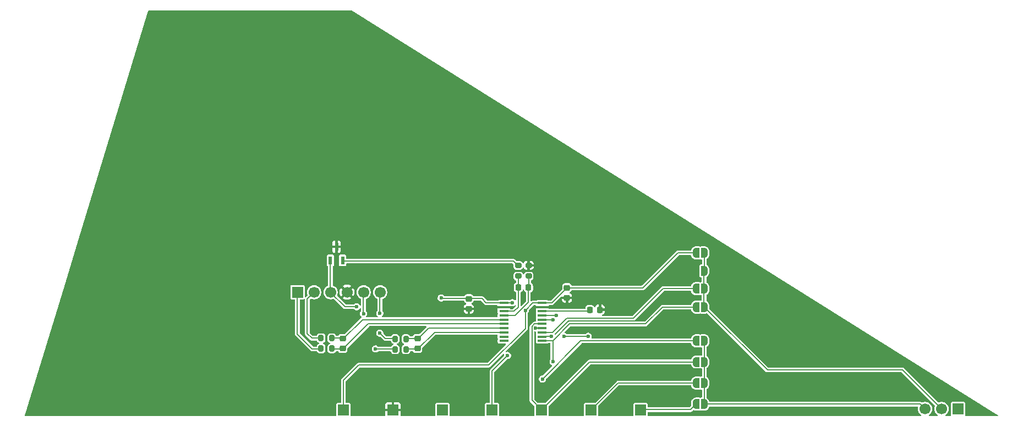
<source format=gbr>
%TF.GenerationSoftware,KiCad,Pcbnew,9.0.2*%
%TF.CreationDate,2025-08-03T14:59:52-04:00*%
%TF.ProjectId,SGTC_Center,53475443-5f43-4656-9e74-65722e6b6963,rev?*%
%TF.SameCoordinates,Original*%
%TF.FileFunction,Copper,L1,Top*%
%TF.FilePolarity,Positive*%
%FSLAX46Y46*%
G04 Gerber Fmt 4.6, Leading zero omitted, Abs format (unit mm)*
G04 Created by KiCad (PCBNEW 9.0.2) date 2025-08-03 14:59:52*
%MOMM*%
%LPD*%
G01*
G04 APERTURE LIST*
G04 Aperture macros list*
%AMRoundRect*
0 Rectangle with rounded corners*
0 $1 Rounding radius*
0 $2 $3 $4 $5 $6 $7 $8 $9 X,Y pos of 4 corners*
0 Add a 4 corners polygon primitive as box body*
4,1,4,$2,$3,$4,$5,$6,$7,$8,$9,$2,$3,0*
0 Add four circle primitives for the rounded corners*
1,1,$1+$1,$2,$3*
1,1,$1+$1,$4,$5*
1,1,$1+$1,$6,$7*
1,1,$1+$1,$8,$9*
0 Add four rect primitives between the rounded corners*
20,1,$1+$1,$2,$3,$4,$5,0*
20,1,$1+$1,$4,$5,$6,$7,0*
20,1,$1+$1,$6,$7,$8,$9,0*
20,1,$1+$1,$8,$9,$2,$3,0*%
%AMFreePoly0*
4,1,23,0.500000,-0.750000,0.000000,-0.750000,0.000000,-0.745722,-0.065263,-0.745722,-0.191342,-0.711940,-0.304381,-0.646677,-0.396677,-0.554381,-0.461940,-0.441342,-0.495722,-0.315263,-0.495722,-0.250000,-0.500000,-0.250000,-0.500000,0.250000,-0.495722,0.250000,-0.495722,0.315263,-0.461940,0.441342,-0.396677,0.554381,-0.304381,0.646677,-0.191342,0.711940,-0.065263,0.745722,0.000000,0.745722,
0.000000,0.750000,0.500000,0.750000,0.500000,-0.750000,0.500000,-0.750000,$1*%
%AMFreePoly1*
4,1,23,0.000000,0.745722,0.065263,0.745722,0.191342,0.711940,0.304381,0.646677,0.396677,0.554381,0.461940,0.441342,0.495722,0.315263,0.495722,0.250000,0.500000,0.250000,0.500000,-0.250000,0.495722,-0.250000,0.495722,-0.315263,0.461940,-0.441342,0.396677,-0.554381,0.304381,-0.646677,0.191342,-0.711940,0.065263,-0.745722,0.000000,-0.745722,0.000000,-0.750000,-0.500000,-0.750000,
-0.500000,0.750000,0.000000,0.750000,0.000000,0.745722,0.000000,0.745722,$1*%
G04 Aperture macros list end*
%TA.AperFunction,SMDPad,CuDef*%
%ADD10FreePoly0,180.000000*%
%TD*%
%TA.AperFunction,SMDPad,CuDef*%
%ADD11FreePoly1,180.000000*%
%TD*%
%TA.AperFunction,SMDPad,CuDef*%
%ADD12RoundRect,0.225000X-0.250000X0.225000X-0.250000X-0.225000X0.250000X-0.225000X0.250000X0.225000X0*%
%TD*%
%TA.AperFunction,SMDPad,CuDef*%
%ADD13RoundRect,0.200000X0.200000X0.275000X-0.200000X0.275000X-0.200000X-0.275000X0.200000X-0.275000X0*%
%TD*%
%TA.AperFunction,ComponentPad*%
%ADD14R,1.700000X1.700000*%
%TD*%
%TA.AperFunction,SMDPad,CuDef*%
%ADD15RoundRect,0.225000X-0.225000X-0.250000X0.225000X-0.250000X0.225000X0.250000X-0.225000X0.250000X0*%
%TD*%
%TA.AperFunction,SMDPad,CuDef*%
%ADD16R,1.409700X0.355600*%
%TD*%
%TA.AperFunction,ComponentPad*%
%ADD17C,1.700000*%
%TD*%
%TA.AperFunction,SMDPad,CuDef*%
%ADD18RoundRect,0.200000X-0.275000X0.200000X-0.275000X-0.200000X0.275000X-0.200000X0.275000X0.200000X0*%
%TD*%
%TA.AperFunction,SMDPad,CuDef*%
%ADD19R,0.599999X1.300000*%
%TD*%
%TA.AperFunction,SMDPad,CuDef*%
%ADD20RoundRect,0.200000X0.275000X-0.200000X0.275000X0.200000X-0.275000X0.200000X-0.275000X-0.200000X0*%
%TD*%
%TA.AperFunction,SMDPad,CuDef*%
%ADD21RoundRect,0.200000X-0.200000X-0.275000X0.200000X-0.275000X0.200000X0.275000X-0.200000X0.275000X0*%
%TD*%
%TA.AperFunction,ViaPad*%
%ADD22C,0.600000*%
%TD*%
%TA.AperFunction,Conductor*%
%ADD23C,0.200000*%
%TD*%
G04 APERTURE END LIST*
D10*
%TO.P,JP4,1,A*%
%TO.N,Net-(J3-Pin_3)*%
X173650000Y-110000000D03*
D11*
%TO.P,JP4,2,B*%
%TO.N,SPICLK*%
X172350000Y-110000000D03*
%TD*%
D12*
%TO.P,C1,1*%
%TO.N,Net-(U1-AIN2P)*%
X129500000Y-109625000D03*
%TO.P,C1,2*%
%TO.N,Net-(U1-AIN2N)*%
X129500000Y-111175000D03*
%TD*%
D10*
%TO.P,JP7,1,A*%
%TO.N,Net-(J3-Pin_2)*%
X173650000Y-96450000D03*
D11*
%TO.P,JP7,2,B*%
%TO.N,+3.3V*%
X172350000Y-96450000D03*
%TD*%
D10*
%TO.P,JP5,1,A*%
%TO.N,Net-(J3-Pin_2)*%
X173650000Y-104800000D03*
D11*
%TO.P,JP5,2,B*%
%TO.N,~{SYNC}{slash}~{RST}*%
X172350000Y-104800000D03*
%TD*%
D13*
%TO.P,R4,1*%
%TO.N,Net-(U1-AIN1P)*%
X116325000Y-111200000D03*
%TO.P,R4,2*%
%TO.N,GAUGE1_IN_N*%
X114675000Y-111200000D03*
%TD*%
D12*
%TO.P,C2,1*%
%TO.N,Net-(U1-AIN1N)*%
X118000000Y-109625000D03*
%TO.P,C2,2*%
%TO.N,Net-(U1-AIN1P)*%
X118000000Y-111175000D03*
%TD*%
D14*
%TO.P,J4,1,Pin_1*%
%TO.N,DIN*%
X156210000Y-120650000D03*
%TD*%
D10*
%TO.P,JP8,1,A*%
%TO.N,Net-(J3-Pin_2)*%
X173641217Y-101959443D03*
D11*
%TO.P,JP8,2,B*%
%TO.N,~{DRDY}*%
X172341217Y-101959443D03*
%TD*%
D14*
%TO.P,J8,1,Pin_1*%
%TO.N,GND*%
X125730000Y-120650000D03*
%TD*%
D15*
%TO.P,C4,1*%
%TO.N,Net-(U1-CAP)*%
X156025000Y-105200000D03*
%TO.P,C4,2*%
%TO.N,GND*%
X157575000Y-105200000D03*
%TD*%
D16*
%TO.P,U1,1,AVDD*%
%TO.N,+3.3V*%
X142800000Y-104150002D03*
%TO.P,U1,2,AGND*%
%TO.N,GND*%
X142800000Y-104800003D03*
%TO.P,U1,3,AIN0P*%
%TO.N,Net-(U1-AIN0P)*%
X142800000Y-105450001D03*
%TO.P,U1,4,AIN0N*%
%TO.N,Net-(U1-AIN0N)*%
X142800000Y-106100003D03*
%TO.P,U1,5,AIN1N*%
%TO.N,Net-(U1-AIN1N)*%
X142800000Y-106750001D03*
%TO.P,U1,6,AIN1P*%
%TO.N,Net-(U1-AIN1P)*%
X142800000Y-107400000D03*
%TO.P,U1,7,AIN2P*%
%TO.N,Net-(U1-AIN2P)*%
X142800000Y-108050001D03*
%TO.P,U1,8,AIN2N*%
%TO.N,Net-(U1-AIN2N)*%
X142800000Y-108700000D03*
%TO.P,U1,9,NC*%
%TO.N,unconnected-(U1-NC-Pad9)*%
X142800000Y-109350001D03*
%TO.P,U1,10,NC*%
%TO.N,unconnected-(U1-NC-Pad10)*%
X142800000Y-110000000D03*
%TO.P,U1,11,\u002ASYNC/\u002ARESET*%
%TO.N,~{SYNC}{slash}~{RST}*%
X148705500Y-110000002D03*
%TO.P,U1,12,\u002ACS*%
%TO.N,~{CS}*%
X148705500Y-109350004D03*
%TO.P,U1,13,\u002ADRDY*%
%TO.N,~{DRDY}*%
X148705500Y-108700003D03*
%TO.P,U1,14,SCLK*%
%TO.N,SPICLK*%
X148705500Y-108050004D03*
%TO.P,U1,15,DOUT*%
%TO.N,DOUT*%
X148705500Y-107400003D03*
%TO.P,U1,16,DIN*%
%TO.N,DIN*%
X148705500Y-106750004D03*
%TO.P,U1,17,CLKIN*%
%TO.N,ADCCLK*%
X148705500Y-106100003D03*
%TO.P,U1,18,CAP*%
%TO.N,Net-(U1-CAP)*%
X148705500Y-105450004D03*
%TO.P,U1,19,DGND*%
%TO.N,GND*%
X148705500Y-104800003D03*
%TO.P,U1,20,DVDD*%
%TO.N,+3.3V*%
X148705500Y-104150004D03*
%TD*%
D14*
%TO.P,J9,1,Pin_1*%
%TO.N,+3.3V*%
X118110000Y-120650000D03*
%TD*%
D10*
%TO.P,JP1,1,A*%
%TO.N,Net-(J3-Pin_3)*%
X173650000Y-119750000D03*
D11*
%TO.P,JP1,2,B*%
%TO.N,ADCCLK*%
X172350000Y-119750000D03*
%TD*%
D14*
%TO.P,J1,1,Pin_1*%
%TO.N,GAUGE1_IN_N*%
X111050000Y-102500000D03*
D17*
%TO.P,J1,2,Pin_2*%
%TO.N,GAUGE1_IN_P*%
X113590000Y-102500000D03*
%TO.P,J1,3,Pin_3*%
%TO.N,+3.3V*%
X116130000Y-102500000D03*
%TO.P,J1,4,Pin_4*%
%TO.N,GND*%
X118670000Y-102500000D03*
%TO.P,J1,5,Pin_5*%
%TO.N,GAUGE2_IN_N*%
X121210000Y-102500000D03*
%TO.P,J1,6,Pin_6*%
%TO.N,GAUGE2_IN_P*%
X123750000Y-102500000D03*
%TD*%
D18*
%TO.P,R5,1*%
%TO.N,TMP_IN_P*%
X145000000Y-98375000D03*
%TO.P,R5,2*%
%TO.N,Net-(U1-AIN0P)*%
X145000000Y-100025000D03*
%TD*%
D19*
%TO.P,U2,1,VDD*%
%TO.N,+3.3V*%
X116099998Y-97600000D03*
%TO.P,U2,2,VOUT*%
%TO.N,TMP_IN_P*%
X118000000Y-97600000D03*
%TO.P,U2,3,GND*%
%TO.N,GND*%
X117049999Y-95500000D03*
%TD*%
D20*
%TO.P,R6,1*%
%TO.N,Net-(U1-AIN0N)*%
X146600000Y-100025000D03*
%TO.P,R6,2*%
%TO.N,GND*%
X146600000Y-98375000D03*
%TD*%
D14*
%TO.P,J3,1,Pin_1*%
%TO.N,~{CS}*%
X212680000Y-120500000D03*
D17*
%TO.P,J3,2,Pin_2*%
%TO.N,Net-(J3-Pin_2)*%
X210140000Y-120500000D03*
%TO.P,J3,3,Pin_3*%
%TO.N,Net-(J3-Pin_3)*%
X207600000Y-120500000D03*
%TD*%
D14*
%TO.P,J7,1,Pin_1*%
%TO.N,~{SYNC}{slash}~{RST}*%
X133350000Y-120650000D03*
%TD*%
D10*
%TO.P,JP3,1,A*%
%TO.N,Net-(J3-Pin_3)*%
X173650000Y-113250000D03*
D11*
%TO.P,JP3,2,B*%
%TO.N,DOUT*%
X172350000Y-113250000D03*
%TD*%
D21*
%TO.P,R3,1*%
%TO.N,GAUGE1_IN_P*%
X114675000Y-109600000D03*
%TO.P,R3,2*%
%TO.N,Net-(U1-AIN1N)*%
X116325000Y-109600000D03*
%TD*%
D12*
%TO.P,C5,1*%
%TO.N,+3.3V*%
X137400000Y-103525000D03*
%TO.P,C5,2*%
%TO.N,GND*%
X137400000Y-105075000D03*
%TD*%
D14*
%TO.P,J5,1,Pin_1*%
%TO.N,DOUT*%
X148590000Y-120650000D03*
%TD*%
D15*
%TO.P,C3,1*%
%TO.N,Net-(U1-AIN0P)*%
X145025000Y-101800000D03*
%TO.P,C3,2*%
%TO.N,Net-(U1-AIN0N)*%
X146575000Y-101800000D03*
%TD*%
D14*
%TO.P,J6,1,Pin_1*%
%TO.N,SPICLK*%
X140970000Y-120650000D03*
%TD*%
D21*
%TO.P,R2,1*%
%TO.N,GAUGE2_IN_P*%
X126075000Y-109700000D03*
%TO.P,R2,2*%
%TO.N,Net-(U1-AIN2P)*%
X127725000Y-109700000D03*
%TD*%
D14*
%TO.P,J2,1,Pin_1*%
%TO.N,ADCCLK*%
X163830000Y-120650000D03*
%TD*%
D13*
%TO.P,R1,1*%
%TO.N,Net-(U1-AIN2N)*%
X127725000Y-111300000D03*
%TO.P,R1,2*%
%TO.N,GAUGE2_IN_N*%
X126075000Y-111300000D03*
%TD*%
D10*
%TO.P,JP6,1,A*%
%TO.N,Net-(J3-Pin_2)*%
X173650000Y-99200000D03*
D11*
%TO.P,JP6,2,B*%
%TO.N,GND*%
X172350000Y-99200000D03*
%TD*%
D12*
%TO.P,C6,1*%
%TO.N,+3.3V*%
X152500000Y-101825000D03*
%TO.P,C6,2*%
%TO.N,GND*%
X152500000Y-103375000D03*
%TD*%
D10*
%TO.P,JP2,1,A*%
%TO.N,Net-(J3-Pin_3)*%
X173650000Y-116500000D03*
D11*
%TO.P,JP2,2,B*%
%TO.N,DIN*%
X172350000Y-116500000D03*
%TD*%
D22*
%TO.N,GND*%
X169200000Y-118000000D03*
X159613600Y-119176800D03*
X169750000Y-112000000D03*
X111800000Y-106400000D03*
X212100000Y-118200000D03*
X166500000Y-108500000D03*
X159512000Y-105257600D03*
X186750000Y-120750000D03*
X145800000Y-103000000D03*
X169500000Y-115250000D03*
X144000000Y-104874999D03*
X149000000Y-111900000D03*
X169000000Y-103500000D03*
%TO.N,+3.3V*%
X133150000Y-103400000D03*
X146100000Y-105300000D03*
X120150000Y-104750000D03*
X144110000Y-104130000D03*
%TO.N,GAUGE2_IN_N*%
X123050000Y-111250000D03*
X121200000Y-105800000D03*
%TO.N,GAUGE2_IN_P*%
X123700000Y-105750000D03*
X123700000Y-108800000D03*
%TO.N,DIN*%
X150370000Y-106740000D03*
%TO.N,SPICLK*%
X147655909Y-108031909D03*
X143357600Y-112268000D03*
X148742400Y-115874800D03*
%TO.N,~{SYNC}{slash}~{RST}*%
X150368000Y-113233200D03*
%TO.N,ADCCLK*%
X150900000Y-106050000D03*
%TO.N,~{CS}*%
X155740000Y-109300000D03*
X152050000Y-109310000D03*
X150140000Y-109310000D03*
%TD*%
D23*
%TO.N,Net-(U1-AIN2N)*%
X129535000Y-111265000D02*
X129550000Y-111250000D01*
X129550000Y-111250000D02*
X132125002Y-108674998D01*
X127775000Y-111265000D02*
X129535000Y-111265000D01*
X132125002Y-108674998D02*
X142747250Y-108674998D01*
%TO.N,Net-(U1-AIN2P)*%
X127775000Y-109650000D02*
X129500000Y-109650000D01*
X131225001Y-108024999D02*
X142747250Y-108024999D01*
X129500000Y-109650000D02*
X129550000Y-109700000D01*
X129550000Y-109700000D02*
X131225001Y-108024999D01*
%TO.N,Net-(U1-AIN1N)*%
X121050001Y-106724999D02*
X142747250Y-106724999D01*
X116250000Y-109600000D02*
X117925000Y-109600000D01*
X118050000Y-109725000D02*
X121050001Y-106724999D01*
X117925000Y-109600000D02*
X118050000Y-109725000D01*
%TO.N,Net-(U1-AIN1P)*%
X121950002Y-107374998D02*
X142747250Y-107374998D01*
X118050000Y-111275000D02*
X121950002Y-107374998D01*
X118025000Y-111250000D02*
X118050000Y-111275000D01*
X116250000Y-111250000D02*
X118025000Y-111250000D01*
%TO.N,Net-(U1-AIN0P)*%
X145000000Y-100100000D02*
X145000000Y-104800000D01*
X145000000Y-104800000D02*
X144375001Y-105424999D01*
X144375001Y-105424999D02*
X142747250Y-105424999D01*
%TO.N,Net-(U1-AIN0N)*%
X146550000Y-101750000D02*
X146550000Y-104050000D01*
X144524999Y-106075001D02*
X142747250Y-106075001D01*
X146600000Y-101700000D02*
X146550000Y-101750000D01*
X146550000Y-104050000D02*
X144524999Y-106075001D01*
X146600000Y-100125000D02*
X146600000Y-101700000D01*
%TO.N,GND*%
X142800000Y-104800003D02*
X143925004Y-104800003D01*
X143925004Y-104800003D02*
X144000000Y-104874999D01*
%TO.N,Net-(U1-CAP)*%
X148652750Y-105425002D02*
X155974998Y-105425002D01*
X155974998Y-105425002D02*
X156050000Y-105350000D01*
%TO.N,+3.3V*%
X137450000Y-103475000D02*
X139425000Y-103475000D01*
X146100000Y-105300000D02*
X146100000Y-108084650D01*
X116107060Y-102507836D02*
X116107060Y-97707062D01*
X118349224Y-104750000D02*
X120150000Y-104750000D01*
X164175000Y-101825000D02*
X152500000Y-101825000D01*
X146100000Y-105300000D02*
X147249996Y-104150004D01*
X133150000Y-103400000D02*
X133225000Y-103475000D01*
X148705500Y-104150004D02*
X150174996Y-104150004D01*
X146100000Y-108084650D02*
X140443450Y-113741200D01*
X133225000Y-103475000D02*
X137450000Y-103475000D01*
X169550000Y-96450000D02*
X164175000Y-101825000D01*
X116107060Y-97707062D02*
X116099998Y-97700000D01*
X144105000Y-104125000D02*
X144110000Y-104130000D01*
X142747250Y-104125000D02*
X144105000Y-104125000D01*
X139425000Y-103475000D02*
X140075000Y-104125000D01*
X120446800Y-113741200D02*
X118110000Y-116078000D01*
X172300000Y-96450000D02*
X169550000Y-96450000D01*
X118110000Y-116078000D02*
X118110000Y-120650000D01*
X140443450Y-113741200D02*
X120446800Y-113741200D01*
X150174996Y-104150004D02*
X152500000Y-101825000D01*
X140075000Y-104125000D02*
X142747250Y-104125000D01*
X116107060Y-102507836D02*
X118349224Y-104750000D01*
X147249996Y-104150004D02*
X148705500Y-104150004D01*
%TO.N,GAUGE1_IN_P*%
X113567060Y-102507836D02*
X112550000Y-103524896D01*
X113250000Y-109600000D02*
X114600000Y-109600000D01*
X112550000Y-103524896D02*
X112550000Y-108900000D01*
X112550000Y-108900000D02*
X113250000Y-109600000D01*
%TO.N,GAUGE1_IN_N*%
X113300000Y-111250000D02*
X114600000Y-111250000D01*
X111027060Y-108977060D02*
X113300000Y-111250000D01*
X111027060Y-102507836D02*
X111027060Y-108977060D01*
%TO.N,GAUGE2_IN_N*%
X123065000Y-111265000D02*
X126125000Y-111265000D01*
X123050000Y-111250000D02*
X123065000Y-111265000D01*
X121187060Y-102507836D02*
X121187060Y-105787060D01*
X121187060Y-105787060D02*
X121200000Y-105800000D01*
%TO.N,GAUGE2_IN_P*%
X123700000Y-108800000D02*
X124550000Y-109650000D01*
X123727060Y-102507836D02*
X123727060Y-105722940D01*
X124550000Y-109650000D02*
X126125000Y-109650000D01*
X123727060Y-105722940D02*
X123700000Y-105750000D01*
%TO.N,DIN*%
X148652750Y-106725002D02*
X150355002Y-106725002D01*
X160360000Y-116500000D02*
X156210000Y-120650000D01*
X172350000Y-116500000D02*
X160360000Y-116500000D01*
X150355002Y-106725002D02*
X150370000Y-106740000D01*
%TO.N,SPICLK*%
X172350000Y-110000000D02*
X154617200Y-110000000D01*
X140970000Y-114655600D02*
X140970000Y-120650000D01*
X143357600Y-112268000D02*
X140970000Y-114655600D01*
X147674004Y-108050004D02*
X147655909Y-108031909D01*
X148705500Y-108050004D02*
X147674004Y-108050004D01*
X154617200Y-110000000D02*
X148742400Y-115874800D01*
%TO.N,~{SYNC}{slash}~{RST}*%
X150325000Y-109975000D02*
X152900000Y-107400000D01*
X164620768Y-107400000D02*
X167220768Y-104800000D01*
X167220768Y-104800000D02*
X172350000Y-104800000D01*
X150325000Y-113190200D02*
X150368000Y-113233200D01*
X152900000Y-107400000D02*
X164620768Y-107400000D01*
X150325000Y-109975000D02*
X150325000Y-113190200D01*
X148652750Y-109975000D02*
X150325000Y-109975000D01*
%TO.N,ADCCLK*%
X150874999Y-106075001D02*
X150900000Y-106050000D01*
X172350000Y-119750000D02*
X171500000Y-120600000D01*
X171500000Y-120600000D02*
X163840000Y-120600000D01*
X148652750Y-106075001D02*
X150874999Y-106075001D01*
%TO.N,DOUT*%
X147508583Y-107400003D02*
X147104909Y-107803677D01*
X155990000Y-113250000D02*
X148590000Y-120650000D01*
X148705500Y-107400003D02*
X147508583Y-107400003D01*
X147104909Y-119164909D02*
X148590000Y-120650000D01*
X172350000Y-113250000D02*
X155990000Y-113250000D01*
X147104909Y-107803677D02*
X147104909Y-119164909D01*
%TO.N,~{CS}*%
X152050000Y-109310000D02*
X155730000Y-109310000D01*
X150124998Y-109325002D02*
X150140000Y-109310000D01*
X148652750Y-109325002D02*
X150124998Y-109325002D01*
X155730000Y-109310000D02*
X155740000Y-109300000D01*
%TO.N,Net-(J3-Pin_2)*%
X173650000Y-96650000D02*
X173650000Y-99300000D01*
X173650000Y-99300000D02*
X173600000Y-99350000D01*
X183350000Y-114500000D02*
X173650000Y-104800000D01*
X173600000Y-102100000D02*
X173600000Y-104940000D01*
X204140000Y-114500000D02*
X183350000Y-114500000D01*
X173600000Y-99350000D02*
X173600000Y-102100000D01*
X210140000Y-120500000D02*
X204140000Y-114500000D01*
%TO.N,Net-(J3-Pin_3)*%
X173650000Y-116500000D02*
X173650000Y-113250000D01*
X173650000Y-113250000D02*
X173650000Y-110000000D01*
X207600000Y-120500000D02*
X206850000Y-119750000D01*
X173650000Y-119750000D02*
X173650000Y-116500000D01*
X206850000Y-119750000D02*
X173650000Y-119750000D01*
%TO.N,~{DRDY}*%
X167290557Y-101959443D02*
X172341217Y-101959443D01*
X152500000Y-106500000D02*
X162750000Y-106500000D01*
X148705500Y-108700003D02*
X150299997Y-108700003D01*
X162750000Y-106500000D02*
X167290557Y-101959443D01*
X150299997Y-108700003D02*
X152500000Y-106500000D01*
%TO.N,TMP_IN_P*%
X144250000Y-97700000D02*
X145000000Y-98450000D01*
X118000000Y-97700000D02*
X144250000Y-97700000D01*
%TD*%
%TA.AperFunction,Conductor*%
%TO.N,GND*%
G36*
X112161791Y-103558625D02*
G01*
X112195783Y-103609499D01*
X112199500Y-103636371D01*
X112199500Y-108946143D01*
X112214789Y-109003205D01*
X112219881Y-109022207D01*
X112223386Y-109035288D01*
X112269530Y-109115212D01*
X113034787Y-109880469D01*
X113034789Y-109880470D01*
X113034791Y-109880472D01*
X113114708Y-109926612D01*
X113114706Y-109926612D01*
X113114710Y-109926613D01*
X113114712Y-109926614D01*
X113203856Y-109950500D01*
X113953891Y-109950500D01*
X114012082Y-109969407D01*
X114047335Y-110016802D01*
X114072207Y-110087883D01*
X114152845Y-110197144D01*
X114152847Y-110197146D01*
X114152850Y-110197150D01*
X114152853Y-110197152D01*
X114152855Y-110197154D01*
X114262116Y-110277792D01*
X114262117Y-110277792D01*
X114262118Y-110277793D01*
X114295635Y-110289521D01*
X114344317Y-110306556D01*
X114392997Y-110343621D01*
X114410594Y-110402222D01*
X114390386Y-110459973D01*
X114344317Y-110493444D01*
X114262116Y-110522207D01*
X114152855Y-110602845D01*
X114152845Y-110602855D01*
X114072207Y-110712116D01*
X114029839Y-110833198D01*
X113992774Y-110881878D01*
X113936395Y-110899500D01*
X113486190Y-110899500D01*
X113427999Y-110880593D01*
X113416186Y-110870504D01*
X111406556Y-108860874D01*
X111378779Y-108806357D01*
X111377560Y-108790870D01*
X111377560Y-103699500D01*
X111396467Y-103641309D01*
X111445967Y-103605345D01*
X111476560Y-103600500D01*
X111924673Y-103600500D01*
X111924674Y-103600500D01*
X111997740Y-103585966D01*
X112045499Y-103554054D01*
X112104387Y-103537447D01*
X112161791Y-103558625D01*
G37*
%TD.AperFunction*%
%TA.AperFunction,Conductor*%
G36*
X119337329Y-59123442D02*
G01*
X218442444Y-121216928D01*
X218773650Y-121424442D01*
X218812923Y-121471360D01*
X218817117Y-121532402D01*
X218784632Y-121584251D01*
X218727874Y-121607103D01*
X218721087Y-121607336D01*
X213844544Y-121607336D01*
X213786353Y-121588429D01*
X213750389Y-121538929D01*
X213750389Y-121477743D01*
X213762227Y-121453336D01*
X213762553Y-121452847D01*
X213765966Y-121447740D01*
X213780500Y-121374674D01*
X213780500Y-119625326D01*
X213765966Y-119552260D01*
X213725293Y-119491387D01*
X213710602Y-119469400D01*
X213710599Y-119469397D01*
X213627742Y-119414035D01*
X213627740Y-119414034D01*
X213627737Y-119414033D01*
X213627736Y-119414033D01*
X213554684Y-119399501D01*
X213554674Y-119399500D01*
X211805326Y-119399500D01*
X211805325Y-119399500D01*
X211805315Y-119399501D01*
X211732263Y-119414033D01*
X211732257Y-119414035D01*
X211649400Y-119469397D01*
X211649397Y-119469400D01*
X211594035Y-119552257D01*
X211594033Y-119552263D01*
X211579501Y-119625315D01*
X211579500Y-119625327D01*
X211579500Y-121374672D01*
X211579501Y-121374684D01*
X211594033Y-121447736D01*
X211594035Y-121447742D01*
X211597773Y-121453336D01*
X211614380Y-121512225D01*
X211593201Y-121569628D01*
X211542327Y-121603620D01*
X211515456Y-121607336D01*
X210792856Y-121607336D01*
X210734665Y-121588429D01*
X210698701Y-121538929D01*
X210698701Y-121477743D01*
X210734664Y-121428244D01*
X210856928Y-121339414D01*
X210979414Y-121216928D01*
X211081232Y-121076788D01*
X211159873Y-120922445D01*
X211159874Y-120922440D01*
X211159876Y-120922438D01*
X211213401Y-120757706D01*
X211213402Y-120757702D01*
X211240500Y-120586614D01*
X211240500Y-120413385D01*
X211213402Y-120242297D01*
X211213401Y-120242293D01*
X211159876Y-120077561D01*
X211159874Y-120077558D01*
X211159873Y-120077557D01*
X211159873Y-120077555D01*
X211081232Y-119923212D01*
X210979414Y-119783072D01*
X210856928Y-119660586D01*
X210716788Y-119558768D01*
X210716787Y-119558767D01*
X210716785Y-119558766D01*
X210562441Y-119480125D01*
X210562438Y-119480123D01*
X210397706Y-119426598D01*
X210397702Y-119426597D01*
X210226614Y-119399500D01*
X210226611Y-119399500D01*
X210053389Y-119399500D01*
X210053386Y-119399500D01*
X209882297Y-119426597D01*
X209882293Y-119426598D01*
X209717561Y-119480123D01*
X209717552Y-119480127D01*
X209714239Y-119481816D01*
X209653807Y-119491387D01*
X209599291Y-119463610D01*
X207005088Y-116869407D01*
X204355212Y-114219530D01*
X204275288Y-114173386D01*
X204186144Y-114149500D01*
X204186142Y-114149500D01*
X183536190Y-114149500D01*
X183477999Y-114130593D01*
X183466186Y-114120504D01*
X174434496Y-105088814D01*
X174406719Y-105034297D01*
X174405500Y-105018810D01*
X174405500Y-104484175D01*
X174405500Y-104484174D01*
X174396794Y-104418044D01*
X174362719Y-104290877D01*
X174362717Y-104290873D01*
X174337198Y-104229264D01*
X174337197Y-104229263D01*
X174337195Y-104229257D01*
X174271369Y-104115243D01*
X174271366Y-104115239D01*
X174230770Y-104062333D01*
X174230768Y-104062331D01*
X174230765Y-104062327D01*
X174137673Y-103969235D01*
X174137668Y-103969231D01*
X174137666Y-103969229D01*
X174084760Y-103928633D01*
X174084757Y-103928631D01*
X173999999Y-103879696D01*
X173959059Y-103834227D01*
X173950500Y-103793960D01*
X173950500Y-102960412D01*
X173969407Y-102902221D01*
X173999998Y-102874676D01*
X174075974Y-102830812D01*
X174128890Y-102790208D01*
X174221982Y-102697116D01*
X174262586Y-102644200D01*
X174328412Y-102530186D01*
X174353936Y-102468566D01*
X174388011Y-102341399D01*
X174396717Y-102275269D01*
X174396717Y-101643617D01*
X174388011Y-101577487D01*
X174353936Y-101450320D01*
X174353934Y-101450316D01*
X174328415Y-101388707D01*
X174328414Y-101388706D01*
X174328412Y-101388700D01*
X174262586Y-101274686D01*
X174221982Y-101221770D01*
X174128890Y-101128678D01*
X174128885Y-101128674D01*
X174128883Y-101128672D01*
X174075974Y-101088074D01*
X173999999Y-101044209D01*
X173959059Y-100998739D01*
X173950500Y-100958473D01*
X173950500Y-100206039D01*
X173969407Y-100147848D01*
X173999998Y-100120304D01*
X174084757Y-100071369D01*
X174137673Y-100030765D01*
X174230765Y-99937673D01*
X174271369Y-99884757D01*
X174337195Y-99770743D01*
X174362719Y-99709123D01*
X174396794Y-99581956D01*
X174405500Y-99515826D01*
X174405500Y-98884174D01*
X174396794Y-98818044D01*
X174362719Y-98690877D01*
X174349802Y-98659694D01*
X174337198Y-98629264D01*
X174337197Y-98629263D01*
X174337195Y-98629257D01*
X174271369Y-98515243D01*
X174257192Y-98496767D01*
X174230770Y-98462333D01*
X174230768Y-98462331D01*
X174230765Y-98462327D01*
X174137673Y-98369235D01*
X174137668Y-98369231D01*
X174137666Y-98369229D01*
X174084757Y-98328631D01*
X174049999Y-98308563D01*
X174009059Y-98263093D01*
X174000500Y-98222827D01*
X174000500Y-97427171D01*
X174019407Y-97368980D01*
X174049997Y-97341437D01*
X174084757Y-97321369D01*
X174137673Y-97280765D01*
X174230765Y-97187673D01*
X174271369Y-97134757D01*
X174337195Y-97020743D01*
X174362719Y-96959123D01*
X174396794Y-96831956D01*
X174405500Y-96765826D01*
X174405500Y-96134174D01*
X174396794Y-96068044D01*
X174362719Y-95940877D01*
X174362717Y-95940873D01*
X174337198Y-95879264D01*
X174337197Y-95879263D01*
X174337195Y-95879257D01*
X174271369Y-95765243D01*
X174230765Y-95712327D01*
X174137673Y-95619235D01*
X174137668Y-95619231D01*
X174137666Y-95619229D01*
X174084760Y-95578633D01*
X174084757Y-95578631D01*
X173970743Y-95512805D01*
X173970739Y-95512803D01*
X173970735Y-95512801D01*
X173909125Y-95487281D01*
X173828412Y-95465654D01*
X173781956Y-95453206D01*
X173781953Y-95453205D01*
X173781951Y-95453205D01*
X173715827Y-95444500D01*
X173715826Y-95444500D01*
X173150000Y-95444500D01*
X173149997Y-95444500D01*
X173052223Y-95463948D01*
X173043219Y-95467679D01*
X173042380Y-95465654D01*
X172996100Y-95478700D01*
X172957421Y-95466132D01*
X172956781Y-95467679D01*
X172947776Y-95463948D01*
X172850002Y-95444500D01*
X172850000Y-95444500D01*
X172284174Y-95444500D01*
X172284172Y-95444500D01*
X172218051Y-95453205D01*
X172218046Y-95453205D01*
X172090874Y-95487281D01*
X172029264Y-95512801D01*
X171915239Y-95578633D01*
X171862333Y-95619229D01*
X171769229Y-95712333D01*
X171728633Y-95765239D01*
X171662801Y-95879264D01*
X171637282Y-95940873D01*
X171614439Y-96026124D01*
X171581114Y-96077438D01*
X171523993Y-96099364D01*
X171518812Y-96099500D01*
X169503856Y-96099500D01*
X169414712Y-96123386D01*
X169334788Y-96169530D01*
X164058814Y-101445504D01*
X164004297Y-101473281D01*
X163988810Y-101474500D01*
X153279426Y-101474500D01*
X153221235Y-101455593D01*
X153186668Y-101410097D01*
X153171628Y-101369774D01*
X153156825Y-101350000D01*
X153089687Y-101260313D01*
X153022897Y-101210315D01*
X152980228Y-101178373D01*
X152980226Y-101178372D01*
X152852114Y-101130588D01*
X152852113Y-101130587D01*
X152813895Y-101126479D01*
X152795485Y-101124500D01*
X152795481Y-101124500D01*
X152204521Y-101124500D01*
X152204515Y-101124501D01*
X152147888Y-101130587D01*
X152147886Y-101130588D01*
X152019774Y-101178372D01*
X152019773Y-101178372D01*
X152019772Y-101178373D01*
X151910315Y-101260311D01*
X151910311Y-101260315D01*
X151828373Y-101369771D01*
X151780587Y-101497887D01*
X151778594Y-101516430D01*
X151774743Y-101552260D01*
X151774500Y-101554518D01*
X151774500Y-102013809D01*
X151755593Y-102072000D01*
X151745504Y-102083813D01*
X150058810Y-103770508D01*
X150004293Y-103798285D01*
X149988806Y-103799504D01*
X149632807Y-103799504D01*
X149577806Y-103782820D01*
X149508092Y-103736239D01*
X149508090Y-103736238D01*
X149508087Y-103736237D01*
X149508086Y-103736237D01*
X149435034Y-103721705D01*
X149435024Y-103721704D01*
X147975976Y-103721704D01*
X147975975Y-103721704D01*
X147975965Y-103721705D01*
X147902913Y-103736237D01*
X147902907Y-103736239D01*
X147833194Y-103782820D01*
X147778193Y-103799504D01*
X147203852Y-103799504D01*
X147114708Y-103823390D01*
X147048998Y-103861327D01*
X146989151Y-103874048D01*
X146933256Y-103849161D01*
X146902663Y-103796173D01*
X146900500Y-103775590D01*
X146900500Y-102588750D01*
X146919407Y-102530559D01*
X146964901Y-102495993D01*
X147030226Y-102471628D01*
X147139687Y-102389687D01*
X147221628Y-102280226D01*
X147269412Y-102152114D01*
X147275500Y-102095485D01*
X147275499Y-101504516D01*
X147269412Y-101447886D01*
X147221628Y-101319774D01*
X147139687Y-101210313D01*
X147097019Y-101178372D01*
X147030228Y-101128373D01*
X147030226Y-101128372D01*
X147014899Y-101122655D01*
X146966986Y-101084602D01*
X146950500Y-101029898D01*
X146950500Y-100746109D01*
X146969407Y-100687918D01*
X147016802Y-100652665D01*
X147028452Y-100648588D01*
X147087882Y-100627793D01*
X147197150Y-100547150D01*
X147277793Y-100437882D01*
X147322646Y-100309699D01*
X147325499Y-100279273D01*
X147325500Y-100279273D01*
X147325500Y-99770727D01*
X147325499Y-99770725D01*
X147324549Y-99760594D01*
X147322646Y-99740301D01*
X147277793Y-99612118D01*
X147255530Y-99581953D01*
X147197154Y-99502855D01*
X147197152Y-99502853D01*
X147197150Y-99502850D01*
X147197146Y-99502847D01*
X147197144Y-99502845D01*
X147087883Y-99422207D01*
X146959703Y-99377355D01*
X146959694Y-99377353D01*
X146929274Y-99374500D01*
X146929266Y-99374500D01*
X146270734Y-99374500D01*
X146270725Y-99374500D01*
X146240305Y-99377353D01*
X146240296Y-99377355D01*
X146112116Y-99422207D01*
X146002855Y-99502845D01*
X146002845Y-99502855D01*
X145922207Y-99612116D01*
X145893444Y-99694317D01*
X145856379Y-99742997D01*
X145797778Y-99760594D01*
X145740027Y-99740386D01*
X145706556Y-99694317D01*
X145677792Y-99612116D01*
X145597154Y-99502855D01*
X145597152Y-99502853D01*
X145597150Y-99502850D01*
X145597146Y-99502847D01*
X145597144Y-99502845D01*
X145487883Y-99422207D01*
X145359703Y-99377355D01*
X145359694Y-99377353D01*
X145329274Y-99374500D01*
X145329266Y-99374500D01*
X144670734Y-99374500D01*
X144670725Y-99374500D01*
X144640305Y-99377353D01*
X144640296Y-99377355D01*
X144512116Y-99422207D01*
X144402855Y-99502845D01*
X144402845Y-99502855D01*
X144322207Y-99612116D01*
X144277355Y-99740296D01*
X144277353Y-99740305D01*
X144274500Y-99770725D01*
X144274500Y-100279274D01*
X144277353Y-100309694D01*
X144277355Y-100309703D01*
X144322207Y-100437883D01*
X144402845Y-100547144D01*
X144402847Y-100547146D01*
X144402850Y-100547150D01*
X144402853Y-100547152D01*
X144402855Y-100547154D01*
X144512116Y-100627792D01*
X144512117Y-100627792D01*
X144512118Y-100627793D01*
X144562013Y-100645252D01*
X144583198Y-100652665D01*
X144631878Y-100689730D01*
X144649500Y-100746109D01*
X144649500Y-101029898D01*
X144630593Y-101088089D01*
X144585101Y-101122655D01*
X144569774Y-101128372D01*
X144569771Y-101128373D01*
X144460315Y-101210311D01*
X144460311Y-101210315D01*
X144378373Y-101319771D01*
X144330587Y-101447887D01*
X144324500Y-101504518D01*
X144324500Y-102095478D01*
X144324501Y-102095484D01*
X144330587Y-102152111D01*
X144330587Y-102152112D01*
X144330588Y-102152114D01*
X144378372Y-102280226D01*
X144460313Y-102389687D01*
X144569774Y-102471628D01*
X144585095Y-102477342D01*
X144633010Y-102515392D01*
X144649500Y-102570101D01*
X144649500Y-103651969D01*
X144630593Y-103710160D01*
X144581093Y-103746124D01*
X144519907Y-103746124D01*
X144480498Y-103721974D01*
X144448015Y-103689491D01*
X144448012Y-103689489D01*
X144448010Y-103689487D01*
X144322488Y-103617017D01*
X144322489Y-103617017D01*
X144260847Y-103600500D01*
X144182475Y-103579500D01*
X144037525Y-103579500D01*
X144013394Y-103585966D01*
X143897510Y-103617017D01*
X143771989Y-103689487D01*
X143771983Y-103689492D01*
X143733563Y-103727912D01*
X143679046Y-103755689D01*
X143618614Y-103746117D01*
X143608560Y-103740224D01*
X143602595Y-103736238D01*
X143602590Y-103736236D01*
X143602587Y-103736235D01*
X143602586Y-103736235D01*
X143529534Y-103721703D01*
X143529524Y-103721702D01*
X142070476Y-103721702D01*
X142070475Y-103721702D01*
X142070465Y-103721703D01*
X141997413Y-103736235D01*
X141997407Y-103736237D01*
X141965113Y-103757816D01*
X141910112Y-103774500D01*
X140261190Y-103774500D01*
X140202999Y-103755593D01*
X140191186Y-103745504D01*
X139918156Y-103472474D01*
X139640212Y-103194530D01*
X139560288Y-103148386D01*
X139471144Y-103124500D01*
X139471142Y-103124500D01*
X138160250Y-103124500D01*
X138102059Y-103105593D01*
X138073359Y-103072945D01*
X138071626Y-103069771D01*
X138002546Y-102977491D01*
X137989687Y-102960313D01*
X137938722Y-102922161D01*
X137880228Y-102878373D01*
X137880226Y-102878372D01*
X137752114Y-102830588D01*
X137752113Y-102830587D01*
X137713895Y-102826479D01*
X137695485Y-102824500D01*
X137695481Y-102824500D01*
X137104521Y-102824500D01*
X137104515Y-102824501D01*
X137047888Y-102830587D01*
X137047886Y-102830588D01*
X136919774Y-102878372D01*
X136919773Y-102878372D01*
X136919772Y-102878373D01*
X136810315Y-102960311D01*
X136810311Y-102960315D01*
X136728373Y-103069771D01*
X136726641Y-103072945D01*
X136724447Y-103075017D01*
X136724129Y-103075442D01*
X136724055Y-103075386D01*
X136682159Y-103114957D01*
X136639750Y-103124500D01*
X133683760Y-103124500D01*
X133625569Y-103105593D01*
X133598025Y-103075002D01*
X133590510Y-103061987D01*
X133590509Y-103061985D01*
X133488015Y-102959491D01*
X133488012Y-102959489D01*
X133488010Y-102959487D01*
X133362488Y-102887017D01*
X133362489Y-102887017D01*
X133316428Y-102874675D01*
X133222475Y-102849500D01*
X133077525Y-102849500D01*
X133015790Y-102866041D01*
X132937510Y-102887017D01*
X132811989Y-102959487D01*
X132709487Y-103061989D01*
X132637017Y-103187510D01*
X132599500Y-103327525D01*
X132599500Y-103472475D01*
X132619031Y-103545366D01*
X132637017Y-103612489D01*
X132709487Y-103738010D01*
X132709489Y-103738012D01*
X132709491Y-103738015D01*
X132811985Y-103840509D01*
X132811987Y-103840510D01*
X132811989Y-103840512D01*
X132937511Y-103912982D01*
X132937512Y-103912982D01*
X132937515Y-103912984D01*
X133077525Y-103950500D01*
X133077526Y-103950500D01*
X133222474Y-103950500D01*
X133222475Y-103950500D01*
X133362485Y-103912984D01*
X133362487Y-103912982D01*
X133362489Y-103912982D01*
X133491039Y-103838764D01*
X133540539Y-103825500D01*
X136601925Y-103825500D01*
X136660116Y-103844407D01*
X136694681Y-103889900D01*
X136728372Y-103980226D01*
X136728373Y-103980228D01*
X136755505Y-104016472D01*
X136810313Y-104089687D01*
X136919774Y-104171628D01*
X136944901Y-104181000D01*
X136992815Y-104219050D01*
X137009212Y-104277997D01*
X136987830Y-104335325D01*
X136946623Y-104365854D01*
X136890273Y-104388076D01*
X136890271Y-104388077D01*
X136775282Y-104475276D01*
X136775276Y-104475282D01*
X136688077Y-104590270D01*
X136635132Y-104724531D01*
X136625000Y-104808895D01*
X136625000Y-104874999D01*
X136625001Y-104875000D01*
X138174999Y-104875000D01*
X138175000Y-104874999D01*
X138175000Y-104808899D01*
X138174999Y-104808895D01*
X138164867Y-104724531D01*
X138111922Y-104590270D01*
X138024723Y-104475282D01*
X138024717Y-104475276D01*
X137909728Y-104388077D01*
X137909724Y-104388074D01*
X137853377Y-104365854D01*
X137806180Y-104326917D01*
X137790883Y-104267675D01*
X137813329Y-104210756D01*
X137855098Y-104181000D01*
X137880226Y-104171628D01*
X137989687Y-104089687D01*
X138071628Y-103980226D01*
X138105318Y-103889900D01*
X138143368Y-103841988D01*
X138198075Y-103825500D01*
X139238810Y-103825500D01*
X139297001Y-103844407D01*
X139308814Y-103854496D01*
X139859788Y-104405470D01*
X139859790Y-104405471D01*
X139936053Y-104449502D01*
X139936054Y-104449502D01*
X139939712Y-104451614D01*
X140028856Y-104475500D01*
X141696153Y-104475500D01*
X141754344Y-104494407D01*
X141790308Y-104543907D01*
X141794242Y-104574551D01*
X141795150Y-104574551D01*
X141795150Y-104622202D01*
X141795151Y-104622203D01*
X143834994Y-104622203D01*
X143884495Y-104635467D01*
X143897515Y-104642984D01*
X144037525Y-104680500D01*
X144037526Y-104680500D01*
X144182474Y-104680500D01*
X144182475Y-104680500D01*
X144322485Y-104642984D01*
X144322487Y-104642982D01*
X144322489Y-104642982D01*
X144448010Y-104570512D01*
X144448010Y-104570511D01*
X144448015Y-104570509D01*
X144480498Y-104538025D01*
X144501151Y-104527502D01*
X144519907Y-104513876D01*
X144527896Y-104513876D01*
X144535013Y-104510250D01*
X144557908Y-104513876D01*
X144581093Y-104513876D01*
X144587555Y-104518571D01*
X144595445Y-104519821D01*
X144611836Y-104536212D01*
X144630593Y-104549840D01*
X144633061Y-104557437D01*
X144638710Y-104563086D01*
X144649500Y-104608031D01*
X144649500Y-104613810D01*
X144630593Y-104672001D01*
X144620504Y-104683814D01*
X144258815Y-105045503D01*
X144204298Y-105073280D01*
X144188811Y-105074499D01*
X143903850Y-105074499D01*
X143845659Y-105055592D01*
X143809695Y-105006092D01*
X143805283Y-104978237D01*
X143804849Y-104977803D01*
X141795152Y-104977803D01*
X141795151Y-104977804D01*
X141795151Y-105022594D01*
X141798059Y-105047677D01*
X141844949Y-105153873D01*
X141851482Y-105213173D01*
X141844650Y-105247519D01*
X141844650Y-105652473D01*
X141844651Y-105652485D01*
X141857734Y-105718251D01*
X141859184Y-105725541D01*
X141859185Y-105725543D01*
X141862916Y-105734550D01*
X141859936Y-105735783D01*
X141872089Y-105778912D01*
X141860536Y-105814468D01*
X141862916Y-105815454D01*
X141859183Y-105824466D01*
X141844651Y-105897518D01*
X141844650Y-105897530D01*
X141844650Y-106275499D01*
X141825743Y-106333690D01*
X141776243Y-106369654D01*
X141745650Y-106374499D01*
X124088808Y-106374499D01*
X124030617Y-106355592D01*
X123994653Y-106306092D01*
X123994653Y-106244906D01*
X124030617Y-106195406D01*
X124037221Y-106191117D01*
X124038009Y-106190512D01*
X124038015Y-106190509D01*
X124140509Y-106088015D01*
X124140512Y-106088010D01*
X124212982Y-105962489D01*
X124212982Y-105962487D01*
X124212984Y-105962485D01*
X124250500Y-105822475D01*
X124250500Y-105677525D01*
X124212984Y-105537515D01*
X124212982Y-105537512D01*
X124212982Y-105537510D01*
X124140512Y-105411989D01*
X124140507Y-105411983D01*
X124106556Y-105378031D01*
X124102930Y-105370914D01*
X124096467Y-105366219D01*
X124089302Y-105344167D01*
X124078779Y-105323514D01*
X124077560Y-105308028D01*
X124077560Y-105275001D01*
X136625000Y-105275001D01*
X136625000Y-105341104D01*
X136635132Y-105425468D01*
X136688077Y-105559729D01*
X136775276Y-105674717D01*
X136775282Y-105674723D01*
X136890270Y-105761922D01*
X137024531Y-105814867D01*
X137108895Y-105824999D01*
X137108900Y-105825000D01*
X137199999Y-105825000D01*
X137200000Y-105824999D01*
X137200000Y-105275001D01*
X137600000Y-105275001D01*
X137600000Y-105824999D01*
X137600001Y-105825000D01*
X137691100Y-105825000D01*
X137691104Y-105824999D01*
X137775468Y-105814867D01*
X137909729Y-105761922D01*
X138024717Y-105674723D01*
X138024723Y-105674717D01*
X138111922Y-105559729D01*
X138164867Y-105425468D01*
X138174999Y-105341104D01*
X138175000Y-105341100D01*
X138175000Y-105275001D01*
X138174999Y-105275000D01*
X137600001Y-105275000D01*
X137600000Y-105275001D01*
X137200000Y-105275001D01*
X137199999Y-105275000D01*
X136625001Y-105275000D01*
X136625000Y-105275001D01*
X124077560Y-105275001D01*
X124077560Y-103622631D01*
X124096467Y-103564440D01*
X124145966Y-103528476D01*
X124172445Y-103519873D01*
X124326788Y-103441232D01*
X124466928Y-103339414D01*
X124589414Y-103216928D01*
X124691232Y-103076788D01*
X124769873Y-102922445D01*
X124769874Y-102922440D01*
X124769876Y-102922438D01*
X124823401Y-102757706D01*
X124823402Y-102757702D01*
X124850500Y-102586614D01*
X124850500Y-102413384D01*
X124850499Y-102413378D01*
X124823402Y-102242297D01*
X124823401Y-102242293D01*
X124769876Y-102077561D01*
X124769874Y-102077558D01*
X124769873Y-102077557D01*
X124769873Y-102077555D01*
X124691232Y-101923212D01*
X124589414Y-101783072D01*
X124466928Y-101660586D01*
X124326788Y-101558768D01*
X124326787Y-101558767D01*
X124326785Y-101558766D01*
X124172441Y-101480125D01*
X124172438Y-101480123D01*
X124007706Y-101426598D01*
X124007702Y-101426597D01*
X123836614Y-101399500D01*
X123836611Y-101399500D01*
X123663389Y-101399500D01*
X123663386Y-101399500D01*
X123492297Y-101426597D01*
X123492293Y-101426598D01*
X123327561Y-101480123D01*
X123327558Y-101480125D01*
X123173214Y-101558766D01*
X123033073Y-101660585D01*
X122910585Y-101783073D01*
X122808766Y-101923214D01*
X122730125Y-102077558D01*
X122730123Y-102077561D01*
X122676598Y-102242293D01*
X122676597Y-102242297D01*
X122649501Y-102413378D01*
X122649500Y-102413384D01*
X122649500Y-102586614D01*
X122676597Y-102757702D01*
X122676598Y-102757706D01*
X122730123Y-102922438D01*
X122730125Y-102922441D01*
X122808053Y-103075386D01*
X122808768Y-103076788D01*
X122910586Y-103216928D01*
X123033072Y-103339414D01*
X123173212Y-103441232D01*
X123173215Y-103441234D01*
X123173217Y-103441235D01*
X123234528Y-103472474D01*
X123322504Y-103517299D01*
X123365769Y-103560563D01*
X123376560Y-103605509D01*
X123376560Y-105253909D01*
X123357653Y-105312100D01*
X123347569Y-105323906D01*
X123300741Y-105370735D01*
X123259488Y-105411988D01*
X123259487Y-105411989D01*
X123187017Y-105537510D01*
X123150252Y-105674717D01*
X123149500Y-105677525D01*
X123149500Y-105822475D01*
X123177105Y-105925498D01*
X123187017Y-105962489D01*
X123259487Y-106088010D01*
X123259489Y-106088012D01*
X123259491Y-106088015D01*
X123361985Y-106190509D01*
X123361987Y-106190510D01*
X123361988Y-106190511D01*
X123367134Y-106194460D01*
X123366115Y-106195787D01*
X123401632Y-106235229D01*
X123408029Y-106296079D01*
X123377438Y-106349068D01*
X123321544Y-106373956D01*
X123311192Y-106374499D01*
X121643032Y-106374499D01*
X121584841Y-106355592D01*
X121548877Y-106306092D01*
X121548877Y-106244906D01*
X121573026Y-106205497D01*
X121640509Y-106138015D01*
X121669377Y-106088015D01*
X121712982Y-106012489D01*
X121712982Y-106012487D01*
X121712984Y-106012485D01*
X121750500Y-105872475D01*
X121750500Y-105727525D01*
X121712984Y-105587515D01*
X121712982Y-105587512D01*
X121712982Y-105587510D01*
X121640512Y-105461989D01*
X121640510Y-105461987D01*
X121640509Y-105461985D01*
X121566554Y-105388030D01*
X121538779Y-105333516D01*
X121537560Y-105318029D01*
X121537560Y-103622631D01*
X121556467Y-103564440D01*
X121605966Y-103528476D01*
X121632445Y-103519873D01*
X121786788Y-103441232D01*
X121926928Y-103339414D01*
X122049414Y-103216928D01*
X122151232Y-103076788D01*
X122229873Y-102922445D01*
X122229874Y-102922440D01*
X122229876Y-102922438D01*
X122283401Y-102757706D01*
X122283402Y-102757702D01*
X122310500Y-102586614D01*
X122310500Y-102413384D01*
X122310499Y-102413378D01*
X122283402Y-102242297D01*
X122283401Y-102242293D01*
X122229876Y-102077561D01*
X122229874Y-102077558D01*
X122229873Y-102077557D01*
X122229873Y-102077555D01*
X122151232Y-101923212D01*
X122049414Y-101783072D01*
X121926928Y-101660586D01*
X121786788Y-101558768D01*
X121786787Y-101558767D01*
X121786785Y-101558766D01*
X121632441Y-101480125D01*
X121632438Y-101480123D01*
X121467706Y-101426598D01*
X121467702Y-101426597D01*
X121296614Y-101399500D01*
X121296611Y-101399500D01*
X121123389Y-101399500D01*
X121123386Y-101399500D01*
X120952297Y-101426597D01*
X120952293Y-101426598D01*
X120787561Y-101480123D01*
X120787558Y-101480125D01*
X120633214Y-101558766D01*
X120493073Y-101660585D01*
X120370585Y-101783073D01*
X120268766Y-101923214D01*
X120190125Y-102077558D01*
X120190123Y-102077561D01*
X120136598Y-102242293D01*
X120136597Y-102242297D01*
X120109501Y-102413378D01*
X120109500Y-102413384D01*
X120109500Y-102586614D01*
X120136597Y-102757702D01*
X120136598Y-102757706D01*
X120190123Y-102922438D01*
X120190125Y-102922441D01*
X120268053Y-103075386D01*
X120268768Y-103076788D01*
X120370586Y-103216928D01*
X120493072Y-103339414D01*
X120633212Y-103441232D01*
X120633215Y-103441234D01*
X120633217Y-103441235D01*
X120694528Y-103472474D01*
X120782504Y-103517299D01*
X120825769Y-103560563D01*
X120836560Y-103605509D01*
X120836560Y-104468683D01*
X120817653Y-104526874D01*
X120768153Y-104562838D01*
X120706967Y-104562838D01*
X120657467Y-104526874D01*
X120651824Y-104518183D01*
X120590512Y-104411989D01*
X120590510Y-104411987D01*
X120590509Y-104411985D01*
X120488015Y-104309491D01*
X120488012Y-104309489D01*
X120488010Y-104309487D01*
X120362488Y-104237017D01*
X120362489Y-104237017D01*
X120319503Y-104225499D01*
X120222475Y-104199500D01*
X120077525Y-104199500D01*
X120035518Y-104210756D01*
X119937510Y-104237017D01*
X119811989Y-104309487D01*
X119811984Y-104309491D01*
X119750971Y-104370504D01*
X119696454Y-104398281D01*
X119680968Y-104399500D01*
X118535414Y-104399500D01*
X118477223Y-104380593D01*
X118465410Y-104370504D01*
X117156001Y-103061095D01*
X117128224Y-103006578D01*
X117137794Y-102946150D01*
X117149873Y-102922445D01*
X117197690Y-102775282D01*
X117203402Y-102757702D01*
X117230500Y-102586614D01*
X117230500Y-102413385D01*
X117229883Y-102409489D01*
X117520000Y-102409489D01*
X117520000Y-102590510D01*
X117548316Y-102769289D01*
X117604250Y-102941440D01*
X117686430Y-103102728D01*
X117727667Y-103159488D01*
X118201980Y-102685174D01*
X118204075Y-102692993D01*
X118269901Y-102807007D01*
X118362993Y-102900099D01*
X118477007Y-102965925D01*
X118484821Y-102968019D01*
X118010511Y-103442330D01*
X118067275Y-103483571D01*
X118228559Y-103565749D01*
X118400710Y-103621683D01*
X118579490Y-103650000D01*
X118760510Y-103650000D01*
X118939289Y-103621683D01*
X119111440Y-103565749D01*
X119272728Y-103483569D01*
X119329487Y-103442330D01*
X118855176Y-102968019D01*
X118862993Y-102965925D01*
X118977007Y-102900099D01*
X119070099Y-102807007D01*
X119135925Y-102692993D01*
X119138019Y-102685176D01*
X119612330Y-103159487D01*
X119653569Y-103102728D01*
X119735749Y-102941440D01*
X119791683Y-102769289D01*
X119820000Y-102590510D01*
X119820000Y-102409489D01*
X119791683Y-102230710D01*
X119735749Y-102058559D01*
X119653571Y-101897275D01*
X119612330Y-101840511D01*
X119138019Y-102314821D01*
X119135925Y-102307007D01*
X119070099Y-102192993D01*
X118977007Y-102099901D01*
X118862993Y-102034075D01*
X118855174Y-102031980D01*
X119329488Y-101557667D01*
X119272728Y-101516430D01*
X119111440Y-101434250D01*
X118939289Y-101378316D01*
X118760510Y-101350000D01*
X118579490Y-101350000D01*
X118400710Y-101378316D01*
X118228559Y-101434250D01*
X118067267Y-101516432D01*
X118010510Y-101557667D01*
X118484823Y-102031980D01*
X118477007Y-102034075D01*
X118362993Y-102099901D01*
X118269901Y-102192993D01*
X118204075Y-102307007D01*
X118201980Y-102314823D01*
X117727667Y-101840510D01*
X117686432Y-101897267D01*
X117604250Y-102058559D01*
X117548316Y-102230710D01*
X117520000Y-102409489D01*
X117229883Y-102409489D01*
X117203402Y-102242297D01*
X117203401Y-102242293D01*
X117149876Y-102077561D01*
X117149874Y-102077558D01*
X117149873Y-102077557D01*
X117149873Y-102077555D01*
X117071232Y-101923212D01*
X116969414Y-101783072D01*
X116846928Y-101660586D01*
X116706788Y-101558768D01*
X116706787Y-101558767D01*
X116706785Y-101558766D01*
X116552445Y-101480127D01*
X116525966Y-101471523D01*
X116476466Y-101435558D01*
X116457560Y-101377369D01*
X116457560Y-98565729D01*
X116476467Y-98507538D01*
X116501559Y-98483413D01*
X116551567Y-98449999D01*
X116580599Y-98430601D01*
X116635964Y-98347740D01*
X116650498Y-98274674D01*
X116650498Y-96925327D01*
X117449500Y-96925327D01*
X117449500Y-98274672D01*
X117449501Y-98274684D01*
X117464033Y-98347736D01*
X117464035Y-98347742D01*
X117519397Y-98430599D01*
X117519400Y-98430602D01*
X117548432Y-98450000D01*
X117602260Y-98485966D01*
X117643906Y-98494250D01*
X117675315Y-98500498D01*
X117675320Y-98500498D01*
X117675326Y-98500500D01*
X117675327Y-98500500D01*
X118324673Y-98500500D01*
X118324674Y-98500500D01*
X118397740Y-98485966D01*
X118480601Y-98430601D01*
X118535966Y-98347740D01*
X118550500Y-98274674D01*
X118550500Y-98149500D01*
X118569407Y-98091309D01*
X118618907Y-98055345D01*
X118649500Y-98050500D01*
X144063810Y-98050500D01*
X144071407Y-98052968D01*
X144079297Y-98051719D01*
X144099952Y-98062243D01*
X144122001Y-98069407D01*
X144133814Y-98079496D01*
X144245504Y-98191186D01*
X144273281Y-98245703D01*
X144274500Y-98261190D01*
X144274500Y-98629274D01*
X144277353Y-98659694D01*
X144277355Y-98659703D01*
X144322207Y-98787883D01*
X144402845Y-98897144D01*
X144402847Y-98897146D01*
X144402850Y-98897150D01*
X144402853Y-98897152D01*
X144402855Y-98897154D01*
X144512116Y-98977792D01*
X144512117Y-98977792D01*
X144512118Y-98977793D01*
X144640301Y-99022646D01*
X144670725Y-99025499D01*
X144670727Y-99025500D01*
X144670734Y-99025500D01*
X145329273Y-99025500D01*
X145329273Y-99025499D01*
X145359699Y-99022646D01*
X145487882Y-98977793D01*
X145597150Y-98897150D01*
X145677793Y-98787882D01*
X145680720Y-98779514D01*
X145717782Y-98730835D01*
X145776381Y-98713235D01*
X145834134Y-98733440D01*
X145866923Y-98777613D01*
X145881647Y-98817090D01*
X145967807Y-98932184D01*
X145967815Y-98932192D01*
X146082909Y-99018352D01*
X146082911Y-99018353D01*
X146217618Y-99068596D01*
X146217629Y-99068598D01*
X146277176Y-99075000D01*
X146399999Y-99075000D01*
X146400000Y-99074999D01*
X146400000Y-98575001D01*
X146800000Y-98575001D01*
X146800000Y-99074999D01*
X146800001Y-99075000D01*
X146922824Y-99075000D01*
X146982370Y-99068598D01*
X146982381Y-99068596D01*
X147117088Y-99018353D01*
X147117090Y-99018352D01*
X147232184Y-98932192D01*
X147232192Y-98932184D01*
X147318352Y-98817090D01*
X147318353Y-98817088D01*
X147368596Y-98682381D01*
X147368598Y-98682370D01*
X147375000Y-98622824D01*
X147375000Y-98575001D01*
X147374999Y-98575000D01*
X146800001Y-98575000D01*
X146800000Y-98575001D01*
X146400000Y-98575001D01*
X146400000Y-97675001D01*
X146800000Y-97675001D01*
X146800000Y-98174999D01*
X146800001Y-98175000D01*
X147374999Y-98175000D01*
X147375000Y-98174999D01*
X147375000Y-98127175D01*
X147368598Y-98067629D01*
X147368596Y-98067618D01*
X147318353Y-97932911D01*
X147318352Y-97932909D01*
X147232192Y-97817815D01*
X147232184Y-97817807D01*
X147117090Y-97731647D01*
X147117088Y-97731646D01*
X146982381Y-97681403D01*
X146982370Y-97681401D01*
X146922824Y-97675000D01*
X146800001Y-97675000D01*
X146800000Y-97675001D01*
X146400000Y-97675001D01*
X146399999Y-97675000D01*
X146277176Y-97675000D01*
X146217629Y-97681401D01*
X146217618Y-97681403D01*
X146082911Y-97731646D01*
X146082909Y-97731647D01*
X145967815Y-97817807D01*
X145967807Y-97817815D01*
X145881647Y-97932909D01*
X145866923Y-97972386D01*
X145828872Y-98020301D01*
X145769925Y-98036698D01*
X145712597Y-98015316D01*
X145680720Y-97970484D01*
X145677792Y-97962116D01*
X145597154Y-97852855D01*
X145597152Y-97852853D01*
X145597150Y-97852850D01*
X145597146Y-97852847D01*
X145597144Y-97852845D01*
X145487883Y-97772207D01*
X145359703Y-97727355D01*
X145359694Y-97727353D01*
X145329274Y-97724500D01*
X145329266Y-97724500D01*
X144811190Y-97724500D01*
X144752999Y-97705593D01*
X144741187Y-97695504D01*
X144465214Y-97419532D01*
X144465212Y-97419530D01*
X144385288Y-97373386D01*
X144296144Y-97349500D01*
X144296142Y-97349500D01*
X118649500Y-97349500D01*
X118591309Y-97330593D01*
X118555345Y-97281093D01*
X118550500Y-97250500D01*
X118550500Y-96925327D01*
X118550498Y-96925315D01*
X118547015Y-96907808D01*
X118535966Y-96852260D01*
X118480601Y-96769399D01*
X118480599Y-96769397D01*
X118397742Y-96714035D01*
X118397740Y-96714034D01*
X118397737Y-96714033D01*
X118397736Y-96714033D01*
X118324684Y-96699501D01*
X118324674Y-96699500D01*
X117675326Y-96699500D01*
X117675325Y-96699500D01*
X117675315Y-96699501D01*
X117602263Y-96714033D01*
X117602257Y-96714035D01*
X117519400Y-96769397D01*
X117519397Y-96769400D01*
X117464035Y-96852257D01*
X117464033Y-96852263D01*
X117449501Y-96925315D01*
X117449500Y-96925327D01*
X116650498Y-96925327D01*
X116650498Y-96925326D01*
X116635964Y-96852260D01*
X116580599Y-96769399D01*
X116580597Y-96769397D01*
X116497740Y-96714035D01*
X116497738Y-96714034D01*
X116497735Y-96714033D01*
X116497734Y-96714033D01*
X116424682Y-96699501D01*
X116424672Y-96699500D01*
X115775324Y-96699500D01*
X115775323Y-96699500D01*
X115775313Y-96699501D01*
X115702261Y-96714033D01*
X115702255Y-96714035D01*
X115619398Y-96769397D01*
X115619395Y-96769400D01*
X115564033Y-96852257D01*
X115564031Y-96852263D01*
X115549499Y-96925315D01*
X115549498Y-96925327D01*
X115549498Y-98274672D01*
X115549499Y-98274684D01*
X115564031Y-98347736D01*
X115564033Y-98347742D01*
X115619395Y-98430599D01*
X115619400Y-98430604D01*
X115710365Y-98491383D01*
X115708448Y-98494250D01*
X115741967Y-98522874D01*
X115756560Y-98574608D01*
X115756560Y-101394490D01*
X115737653Y-101452681D01*
X115702505Y-101482700D01*
X115553214Y-101558766D01*
X115413073Y-101660585D01*
X115290585Y-101783073D01*
X115188766Y-101923214D01*
X115110125Y-102077558D01*
X115110123Y-102077561D01*
X115056598Y-102242293D01*
X115056597Y-102242297D01*
X115029501Y-102413378D01*
X115029500Y-102413384D01*
X115029500Y-102586614D01*
X115056597Y-102757702D01*
X115056598Y-102757706D01*
X115110123Y-102922438D01*
X115110125Y-102922441D01*
X115188053Y-103075386D01*
X115188768Y-103076788D01*
X115290586Y-103216928D01*
X115413072Y-103339414D01*
X115553212Y-103441232D01*
X115707555Y-103519873D01*
X115707557Y-103519873D01*
X115707558Y-103519874D01*
X115707561Y-103519876D01*
X115872293Y-103573401D01*
X115872297Y-103573402D01*
X116043386Y-103600500D01*
X116043389Y-103600500D01*
X116216614Y-103600500D01*
X116387702Y-103573402D01*
X116473986Y-103545366D01*
X116548311Y-103521215D01*
X116609496Y-103521215D01*
X116648908Y-103545366D01*
X118134012Y-105030470D01*
X118173073Y-105053021D01*
X118201667Y-105069531D01*
X118201666Y-105069531D01*
X118210278Y-105074502D01*
X118213936Y-105076614D01*
X118303080Y-105100500D01*
X118303081Y-105100500D01*
X118395368Y-105100500D01*
X119680968Y-105100500D01*
X119739159Y-105119407D01*
X119750971Y-105129496D01*
X119811984Y-105190508D01*
X119811989Y-105190512D01*
X119937511Y-105262982D01*
X119937512Y-105262982D01*
X119937515Y-105262984D01*
X120077525Y-105300500D01*
X120077526Y-105300500D01*
X120222474Y-105300500D01*
X120222475Y-105300500D01*
X120362485Y-105262984D01*
X120362487Y-105262982D01*
X120362489Y-105262982D01*
X120488010Y-105190512D01*
X120488010Y-105190511D01*
X120488015Y-105190509D01*
X120590509Y-105088015D01*
X120590512Y-105088010D01*
X120651824Y-104981816D01*
X120697293Y-104940875D01*
X120758143Y-104934479D01*
X120811131Y-104965072D01*
X120836018Y-105020968D01*
X120836560Y-105031316D01*
X120836560Y-105343908D01*
X120817653Y-105402099D01*
X120807564Y-105413911D01*
X120759491Y-105461983D01*
X120759487Y-105461989D01*
X120687017Y-105587510D01*
X120662174Y-105680226D01*
X120649500Y-105727525D01*
X120649500Y-105872475D01*
X120675741Y-105970407D01*
X120687017Y-106012489D01*
X120759487Y-106138010D01*
X120759489Y-106138012D01*
X120759491Y-106138015D01*
X120861985Y-106240509D01*
X120876573Y-106248931D01*
X120917514Y-106294401D01*
X120923910Y-106355251D01*
X120893317Y-106408239D01*
X120876574Y-106420404D01*
X120834790Y-106444528D01*
X118382549Y-108896767D01*
X118328032Y-108924544D01*
X118301973Y-108925197D01*
X118297586Y-108924725D01*
X118295485Y-108924500D01*
X118295483Y-108924500D01*
X117704521Y-108924500D01*
X117704515Y-108924501D01*
X117647888Y-108930587D01*
X117647886Y-108930588D01*
X117519774Y-108978372D01*
X117519773Y-108978372D01*
X117519772Y-108978373D01*
X117410315Y-109060311D01*
X117410311Y-109060315D01*
X117328373Y-109169771D01*
X117328371Y-109169775D01*
X117322657Y-109185097D01*
X117304891Y-109207468D01*
X117288090Y-109230593D01*
X117285983Y-109231277D01*
X117284606Y-109233012D01*
X117229899Y-109249500D01*
X117046109Y-109249500D01*
X116987918Y-109230593D01*
X116952665Y-109183198D01*
X116933571Y-109128631D01*
X116927793Y-109112118D01*
X116920949Y-109102845D01*
X116847154Y-109002855D01*
X116847152Y-109002853D01*
X116847150Y-109002850D01*
X116847146Y-109002847D01*
X116847144Y-109002845D01*
X116737883Y-108922207D01*
X116609703Y-108877355D01*
X116609694Y-108877353D01*
X116579274Y-108874500D01*
X116579266Y-108874500D01*
X116070734Y-108874500D01*
X116070725Y-108874500D01*
X116040305Y-108877353D01*
X116040296Y-108877355D01*
X115912116Y-108922207D01*
X115802855Y-109002845D01*
X115802845Y-109002855D01*
X115722207Y-109112116D01*
X115677355Y-109240296D01*
X115677353Y-109240305D01*
X115674500Y-109270725D01*
X115674500Y-109929274D01*
X115677353Y-109959694D01*
X115677355Y-109959703D01*
X115722207Y-110087883D01*
X115802845Y-110197144D01*
X115802847Y-110197146D01*
X115802850Y-110197150D01*
X115802853Y-110197152D01*
X115802855Y-110197154D01*
X115912116Y-110277792D01*
X115912117Y-110277792D01*
X115912118Y-110277793D01*
X115945635Y-110289521D01*
X115994317Y-110306556D01*
X116042997Y-110343621D01*
X116060594Y-110402222D01*
X116040386Y-110459973D01*
X115994317Y-110493444D01*
X115912116Y-110522207D01*
X115802855Y-110602845D01*
X115802845Y-110602855D01*
X115722207Y-110712116D01*
X115677355Y-110840296D01*
X115677353Y-110840305D01*
X115674500Y-110870725D01*
X115674500Y-111529274D01*
X115677353Y-111559694D01*
X115677355Y-111559703D01*
X115722207Y-111687883D01*
X115802845Y-111797144D01*
X115802847Y-111797146D01*
X115802850Y-111797150D01*
X115802853Y-111797152D01*
X115802855Y-111797154D01*
X115912116Y-111877792D01*
X115912117Y-111877792D01*
X115912118Y-111877793D01*
X116040301Y-111922646D01*
X116070725Y-111925499D01*
X116070727Y-111925500D01*
X116070734Y-111925500D01*
X116579273Y-111925500D01*
X116579273Y-111925499D01*
X116609699Y-111922646D01*
X116737882Y-111877793D01*
X116847150Y-111797150D01*
X116905934Y-111717500D01*
X116927791Y-111687885D01*
X116927792Y-111687883D01*
X116927793Y-111687882D01*
X116935169Y-111666801D01*
X116972233Y-111618122D01*
X117028613Y-111600500D01*
X117256563Y-111600500D01*
X117314754Y-111619407D01*
X117335816Y-111640171D01*
X117410309Y-111739682D01*
X117410313Y-111739687D01*
X117519774Y-111821628D01*
X117647886Y-111869412D01*
X117704515Y-111875500D01*
X118295484Y-111875499D01*
X118352114Y-111869412D01*
X118480226Y-111821628D01*
X118589687Y-111739687D01*
X118671628Y-111630226D01*
X118719412Y-111502114D01*
X118725500Y-111445485D01*
X118725499Y-111177525D01*
X122499500Y-111177525D01*
X122499500Y-111322474D01*
X122537017Y-111462489D01*
X122609487Y-111588010D01*
X122609489Y-111588012D01*
X122609491Y-111588015D01*
X122711985Y-111690509D01*
X122711987Y-111690510D01*
X122711989Y-111690512D01*
X122837511Y-111762982D01*
X122837512Y-111762982D01*
X122837515Y-111762984D01*
X122977525Y-111800500D01*
X122977526Y-111800500D01*
X123122474Y-111800500D01*
X123122475Y-111800500D01*
X123262485Y-111762984D01*
X123262487Y-111762982D01*
X123262489Y-111762982D01*
X123388010Y-111690512D01*
X123388011Y-111690511D01*
X123388015Y-111690509D01*
X123396722Y-111681802D01*
X123434029Y-111644496D01*
X123488546Y-111616719D01*
X123504032Y-111615500D01*
X125341644Y-111615500D01*
X125399835Y-111634407D01*
X125435088Y-111681802D01*
X125472207Y-111787883D01*
X125552845Y-111897144D01*
X125552847Y-111897146D01*
X125552850Y-111897150D01*
X125552853Y-111897152D01*
X125552855Y-111897154D01*
X125662116Y-111977792D01*
X125662117Y-111977792D01*
X125662118Y-111977793D01*
X125790301Y-112022646D01*
X125820725Y-112025499D01*
X125820727Y-112025500D01*
X125820734Y-112025500D01*
X126329273Y-112025500D01*
X126329273Y-112025499D01*
X126359699Y-112022646D01*
X126487882Y-111977793D01*
X126597150Y-111897150D01*
X126677793Y-111787882D01*
X126722646Y-111659699D01*
X126725499Y-111629273D01*
X126725500Y-111629273D01*
X126725500Y-110970727D01*
X126725499Y-110970725D01*
X126722646Y-110940305D01*
X126722646Y-110940301D01*
X126677793Y-110812118D01*
X126675854Y-110809491D01*
X126597154Y-110702855D01*
X126597152Y-110702853D01*
X126597150Y-110702850D01*
X126597146Y-110702847D01*
X126597144Y-110702845D01*
X126487883Y-110622207D01*
X126405682Y-110593444D01*
X126357002Y-110556379D01*
X126339405Y-110497779D01*
X126359613Y-110440027D01*
X126405682Y-110406556D01*
X126430765Y-110397779D01*
X126487882Y-110377793D01*
X126597150Y-110297150D01*
X126677793Y-110187882D01*
X126722646Y-110059699D01*
X126725499Y-110029273D01*
X126725500Y-110029273D01*
X126725500Y-109370727D01*
X126725499Y-109370725D01*
X126722646Y-109340301D01*
X126677793Y-109212118D01*
X126677790Y-109212114D01*
X126597154Y-109102855D01*
X126597152Y-109102853D01*
X126597150Y-109102850D01*
X126597146Y-109102847D01*
X126597144Y-109102845D01*
X126487883Y-109022207D01*
X126359703Y-108977355D01*
X126359694Y-108977353D01*
X126329274Y-108974500D01*
X126329266Y-108974500D01*
X125820734Y-108974500D01*
X125820725Y-108974500D01*
X125790305Y-108977353D01*
X125790296Y-108977355D01*
X125662116Y-109022207D01*
X125552855Y-109102845D01*
X125552845Y-109102855D01*
X125472208Y-109212114D01*
X125472207Y-109212118D01*
X125464830Y-109233198D01*
X125427767Y-109281878D01*
X125371387Y-109299500D01*
X124736190Y-109299500D01*
X124677999Y-109280593D01*
X124666186Y-109270504D01*
X124279496Y-108883814D01*
X124251719Y-108829297D01*
X124250500Y-108813810D01*
X124250500Y-108727525D01*
X124230559Y-108653105D01*
X124212984Y-108587515D01*
X124212982Y-108587512D01*
X124212982Y-108587510D01*
X124140512Y-108461989D01*
X124140510Y-108461987D01*
X124140509Y-108461985D01*
X124038015Y-108359491D01*
X124038012Y-108359489D01*
X124038010Y-108359487D01*
X123912488Y-108287017D01*
X123912489Y-108287017D01*
X123882896Y-108279087D01*
X123772475Y-108249500D01*
X123627525Y-108249500D01*
X123565790Y-108266041D01*
X123487510Y-108287017D01*
X123361989Y-108359487D01*
X123259487Y-108461989D01*
X123187017Y-108587510D01*
X123163005Y-108677124D01*
X123149500Y-108727525D01*
X123149500Y-108872475D01*
X123176164Y-108971985D01*
X123187017Y-109012489D01*
X123259487Y-109138010D01*
X123259489Y-109138012D01*
X123259491Y-109138015D01*
X123361985Y-109240509D01*
X123361987Y-109240510D01*
X123361989Y-109240512D01*
X123487511Y-109312982D01*
X123487512Y-109312982D01*
X123487515Y-109312984D01*
X123627525Y-109350500D01*
X123713810Y-109350500D01*
X123772001Y-109369407D01*
X123783814Y-109379496D01*
X124334788Y-109930470D01*
X124414712Y-109976614D01*
X124503856Y-110000500D01*
X124503857Y-110000500D01*
X124596144Y-110000500D01*
X125336395Y-110000500D01*
X125394586Y-110019407D01*
X125429839Y-110066802D01*
X125472207Y-110187883D01*
X125552845Y-110297144D01*
X125552847Y-110297146D01*
X125552850Y-110297150D01*
X125552853Y-110297152D01*
X125552855Y-110297154D01*
X125662116Y-110377792D01*
X125662117Y-110377792D01*
X125662118Y-110377793D01*
X125695635Y-110389521D01*
X125744317Y-110406556D01*
X125792997Y-110443621D01*
X125810594Y-110502222D01*
X125790386Y-110559973D01*
X125744317Y-110593444D01*
X125662116Y-110622207D01*
X125552855Y-110702845D01*
X125552845Y-110702855D01*
X125472207Y-110812116D01*
X125459582Y-110848198D01*
X125422517Y-110896878D01*
X125366138Y-110914500D01*
X123534031Y-110914500D01*
X123475840Y-110895593D01*
X123464033Y-110885509D01*
X123388015Y-110809491D01*
X123388012Y-110809489D01*
X123388010Y-110809487D01*
X123262488Y-110737017D01*
X123262489Y-110737017D01*
X123232896Y-110729087D01*
X123122475Y-110699500D01*
X122977525Y-110699500D01*
X122930442Y-110712116D01*
X122837510Y-110737017D01*
X122711989Y-110809487D01*
X122609487Y-110911989D01*
X122537017Y-111037510D01*
X122499500Y-111177525D01*
X118725499Y-111177525D01*
X118725499Y-111136188D01*
X118744406Y-111077998D01*
X118754489Y-111066191D01*
X122066188Y-107754494D01*
X122120705Y-107726717D01*
X122136192Y-107725498D01*
X130789813Y-107725498D01*
X130848004Y-107744405D01*
X130883968Y-107793905D01*
X130883968Y-107855091D01*
X130859818Y-107894499D01*
X130103501Y-108650816D01*
X129858813Y-108895504D01*
X129804296Y-108923281D01*
X129788809Y-108924500D01*
X129204521Y-108924500D01*
X129204515Y-108924501D01*
X129147888Y-108930587D01*
X129147886Y-108930588D01*
X129019774Y-108978372D01*
X129019773Y-108978372D01*
X129019772Y-108978373D01*
X128910315Y-109060311D01*
X128910311Y-109060315D01*
X128828372Y-109169773D01*
X128804006Y-109235099D01*
X128765955Y-109283012D01*
X128711249Y-109299500D01*
X128428613Y-109299500D01*
X128370422Y-109280593D01*
X128335169Y-109233199D01*
X128327793Y-109212118D01*
X128327791Y-109212116D01*
X128327791Y-109212114D01*
X128247154Y-109102855D01*
X128247152Y-109102853D01*
X128247150Y-109102850D01*
X128247146Y-109102847D01*
X128247144Y-109102845D01*
X128137883Y-109022207D01*
X128009703Y-108977355D01*
X128009694Y-108977353D01*
X127979274Y-108974500D01*
X127979266Y-108974500D01*
X127470734Y-108974500D01*
X127470725Y-108974500D01*
X127440305Y-108977353D01*
X127440296Y-108977355D01*
X127312116Y-109022207D01*
X127202855Y-109102845D01*
X127202845Y-109102855D01*
X127122207Y-109212116D01*
X127077355Y-109340296D01*
X127077353Y-109340305D01*
X127074500Y-109370725D01*
X127074500Y-110029274D01*
X127077353Y-110059694D01*
X127077355Y-110059703D01*
X127122207Y-110187883D01*
X127202845Y-110297144D01*
X127202847Y-110297146D01*
X127202850Y-110297150D01*
X127202853Y-110297152D01*
X127202855Y-110297154D01*
X127312116Y-110377792D01*
X127312117Y-110377792D01*
X127312118Y-110377793D01*
X127345635Y-110389521D01*
X127394317Y-110406556D01*
X127442997Y-110443621D01*
X127460594Y-110502222D01*
X127440386Y-110559973D01*
X127394317Y-110593444D01*
X127312116Y-110622207D01*
X127202855Y-110702845D01*
X127202845Y-110702855D01*
X127122207Y-110812116D01*
X127077355Y-110940296D01*
X127077353Y-110940305D01*
X127074500Y-110970725D01*
X127074500Y-111629274D01*
X127077353Y-111659694D01*
X127077355Y-111659703D01*
X127122207Y-111787883D01*
X127202845Y-111897144D01*
X127202847Y-111897146D01*
X127202850Y-111897150D01*
X127202853Y-111897152D01*
X127202855Y-111897154D01*
X127312116Y-111977792D01*
X127312117Y-111977792D01*
X127312118Y-111977793D01*
X127440301Y-112022646D01*
X127470725Y-112025499D01*
X127470727Y-112025500D01*
X127470734Y-112025500D01*
X127979273Y-112025500D01*
X127979273Y-112025499D01*
X128009699Y-112022646D01*
X128137882Y-111977793D01*
X128247150Y-111897150D01*
X128327793Y-111787882D01*
X128364912Y-111681802D01*
X128401977Y-111633122D01*
X128458356Y-111615500D01*
X128767792Y-111615500D01*
X128825983Y-111634407D01*
X128847044Y-111655169D01*
X128910313Y-111739687D01*
X129019774Y-111821628D01*
X129147886Y-111869412D01*
X129204515Y-111875500D01*
X129795484Y-111875499D01*
X129852114Y-111869412D01*
X129980226Y-111821628D01*
X130089687Y-111739687D01*
X130171628Y-111630226D01*
X130219412Y-111502114D01*
X130225500Y-111445485D01*
X130225499Y-111111188D01*
X130244406Y-111052998D01*
X130254489Y-111041191D01*
X132241188Y-109054494D01*
X132295705Y-109026717D01*
X132311192Y-109025498D01*
X141748291Y-109025498D01*
X141806482Y-109044405D01*
X141842446Y-109093905D01*
X141845388Y-109143814D01*
X141844650Y-109147519D01*
X141844650Y-109552473D01*
X141844651Y-109552485D01*
X141857693Y-109618046D01*
X141859184Y-109625541D01*
X141859185Y-109625542D01*
X141862917Y-109634553D01*
X141859933Y-109635788D01*
X141872089Y-109678883D01*
X141860534Y-109714464D01*
X141862916Y-109715451D01*
X141859183Y-109724463D01*
X141844651Y-109797515D01*
X141844650Y-109797527D01*
X141844650Y-110202472D01*
X141844651Y-110202484D01*
X141859183Y-110275536D01*
X141859185Y-110275542D01*
X141914547Y-110358399D01*
X141914550Y-110358402D01*
X141986619Y-110406556D01*
X141997410Y-110413766D01*
X142052958Y-110424815D01*
X142070465Y-110428298D01*
X142070470Y-110428298D01*
X142070476Y-110428300D01*
X143021660Y-110428300D01*
X143079851Y-110447207D01*
X143115815Y-110496707D01*
X143115815Y-110557893D01*
X143091664Y-110597304D01*
X140327264Y-113361704D01*
X140272747Y-113389481D01*
X140257260Y-113390700D01*
X120400656Y-113390700D01*
X120311512Y-113414586D01*
X120311511Y-113414586D01*
X120311509Y-113414587D01*
X120231590Y-113460729D01*
X117829528Y-115862790D01*
X117795954Y-115920943D01*
X117795954Y-115920944D01*
X117783387Y-115942709D01*
X117783386Y-115942711D01*
X117783386Y-115942712D01*
X117770482Y-115990873D01*
X117759500Y-116031857D01*
X117759500Y-119450500D01*
X117740593Y-119508691D01*
X117691093Y-119544655D01*
X117660500Y-119549500D01*
X117235326Y-119549500D01*
X117235325Y-119549500D01*
X117235315Y-119549501D01*
X117162263Y-119564033D01*
X117162257Y-119564035D01*
X117079400Y-119619397D01*
X117079397Y-119619400D01*
X117024035Y-119702257D01*
X117024033Y-119702263D01*
X117009501Y-119775315D01*
X117009500Y-119775327D01*
X117009500Y-121508336D01*
X116990593Y-121566527D01*
X116941093Y-121602491D01*
X116910500Y-121607336D01*
X69215850Y-121607336D01*
X69157659Y-121588429D01*
X69121695Y-121538929D01*
X69121128Y-121479547D01*
X71636671Y-113203018D01*
X75155559Y-101625327D01*
X109949500Y-101625327D01*
X109949500Y-103374672D01*
X109949501Y-103374684D01*
X109964033Y-103447736D01*
X109964035Y-103447742D01*
X110019397Y-103530599D01*
X110019400Y-103530602D01*
X110083455Y-103573401D01*
X110102260Y-103585966D01*
X110157808Y-103597015D01*
X110175315Y-103600498D01*
X110175320Y-103600498D01*
X110175326Y-103600500D01*
X110577560Y-103600500D01*
X110635751Y-103619407D01*
X110671715Y-103668907D01*
X110676560Y-103699500D01*
X110676560Y-109023204D01*
X110682241Y-109044405D01*
X110693791Y-109087513D01*
X110697901Y-109102850D01*
X110700446Y-109112348D01*
X110746590Y-109192272D01*
X113084788Y-111530470D01*
X113084790Y-111530471D01*
X113154077Y-111570475D01*
X113154086Y-111570478D01*
X113154088Y-111570480D01*
X113164712Y-111576614D01*
X113253856Y-111600500D01*
X113253857Y-111600500D01*
X113346144Y-111600500D01*
X113971387Y-111600500D01*
X114029578Y-111619407D01*
X114064830Y-111666800D01*
X114070080Y-111681802D01*
X114072208Y-111687885D01*
X114152845Y-111797144D01*
X114152847Y-111797146D01*
X114152850Y-111797150D01*
X114152853Y-111797152D01*
X114152855Y-111797154D01*
X114262116Y-111877792D01*
X114262117Y-111877792D01*
X114262118Y-111877793D01*
X114390301Y-111922646D01*
X114420725Y-111925499D01*
X114420727Y-111925500D01*
X114420734Y-111925500D01*
X114929273Y-111925500D01*
X114929273Y-111925499D01*
X114959699Y-111922646D01*
X115087882Y-111877793D01*
X115197150Y-111797150D01*
X115277793Y-111687882D01*
X115322646Y-111559699D01*
X115325499Y-111529273D01*
X115325500Y-111529273D01*
X115325500Y-110870727D01*
X115325499Y-110870725D01*
X115324256Y-110857467D01*
X115322646Y-110840301D01*
X115277793Y-110712118D01*
X115270949Y-110702845D01*
X115197154Y-110602855D01*
X115197152Y-110602853D01*
X115197150Y-110602850D01*
X115197146Y-110602847D01*
X115197144Y-110602845D01*
X115087883Y-110522207D01*
X115005682Y-110493444D01*
X114957002Y-110456379D01*
X114939405Y-110397779D01*
X114959613Y-110340027D01*
X115005682Y-110306556D01*
X115032551Y-110297154D01*
X115087882Y-110277793D01*
X115197150Y-110197150D01*
X115277793Y-110087882D01*
X115322646Y-109959699D01*
X115325499Y-109929273D01*
X115325500Y-109929273D01*
X115325500Y-109270727D01*
X115325499Y-109270725D01*
X115324712Y-109262333D01*
X115322646Y-109240301D01*
X115277793Y-109112118D01*
X115270949Y-109102845D01*
X115197154Y-109002855D01*
X115197152Y-109002853D01*
X115197150Y-109002850D01*
X115197146Y-109002847D01*
X115197144Y-109002845D01*
X115087883Y-108922207D01*
X114959703Y-108877355D01*
X114959694Y-108877353D01*
X114929274Y-108874500D01*
X114929266Y-108874500D01*
X114420734Y-108874500D01*
X114420725Y-108874500D01*
X114390305Y-108877353D01*
X114390296Y-108877355D01*
X114262116Y-108922207D01*
X114152855Y-109002845D01*
X114152845Y-109002855D01*
X114072207Y-109112116D01*
X114047335Y-109183198D01*
X114010270Y-109231878D01*
X113953891Y-109249500D01*
X113436190Y-109249500D01*
X113377999Y-109230593D01*
X113366186Y-109220504D01*
X112929496Y-108783814D01*
X112901719Y-108729297D01*
X112900500Y-108713810D01*
X112900500Y-103711084D01*
X112902968Y-103703486D01*
X112901719Y-103695597D01*
X112912242Y-103674942D01*
X112919407Y-103652893D01*
X112929491Y-103641086D01*
X113039287Y-103531289D01*
X113093802Y-103503513D01*
X113154229Y-103513083D01*
X113167555Y-103519873D01*
X113167560Y-103519874D01*
X113167563Y-103519876D01*
X113332293Y-103573401D01*
X113332297Y-103573402D01*
X113503386Y-103600500D01*
X113503389Y-103600500D01*
X113676614Y-103600500D01*
X113847702Y-103573402D01*
X113847706Y-103573401D01*
X114012438Y-103519876D01*
X114012440Y-103519874D01*
X114012445Y-103519873D01*
X114166788Y-103441232D01*
X114306928Y-103339414D01*
X114429414Y-103216928D01*
X114531232Y-103076788D01*
X114609873Y-102922445D01*
X114609874Y-102922440D01*
X114609876Y-102922438D01*
X114663401Y-102757706D01*
X114663402Y-102757702D01*
X114690500Y-102586614D01*
X114690500Y-102413384D01*
X114690499Y-102413378D01*
X114663402Y-102242297D01*
X114663401Y-102242293D01*
X114609876Y-102077561D01*
X114609874Y-102077558D01*
X114609873Y-102077557D01*
X114609873Y-102077555D01*
X114531232Y-101923212D01*
X114429414Y-101783072D01*
X114306928Y-101660586D01*
X114166788Y-101558768D01*
X114166787Y-101558767D01*
X114166785Y-101558766D01*
X114012441Y-101480125D01*
X114012438Y-101480123D01*
X113847706Y-101426598D01*
X113847702Y-101426597D01*
X113676614Y-101399500D01*
X113676611Y-101399500D01*
X113503389Y-101399500D01*
X113503386Y-101399500D01*
X113332297Y-101426597D01*
X113332293Y-101426598D01*
X113167561Y-101480123D01*
X113167558Y-101480125D01*
X113013214Y-101558766D01*
X112873073Y-101660585D01*
X112750585Y-101783073D01*
X112648766Y-101923214D01*
X112570125Y-102077558D01*
X112570123Y-102077561D01*
X112516598Y-102242293D01*
X112516597Y-102242297D01*
X112489501Y-102413378D01*
X112489500Y-102413384D01*
X112489500Y-102586614D01*
X112516597Y-102757702D01*
X112516598Y-102757706D01*
X112570124Y-102922440D01*
X112570187Y-102922591D01*
X112570191Y-102922645D01*
X112571328Y-102926144D01*
X112570488Y-102926416D01*
X112574991Y-102983588D01*
X112548730Y-103030483D01*
X112430828Y-103148386D01*
X112319504Y-103259710D01*
X112264987Y-103287487D01*
X112204555Y-103277916D01*
X112161290Y-103234651D01*
X112150500Y-103189706D01*
X112150500Y-101625327D01*
X112150498Y-101625315D01*
X112143806Y-101591673D01*
X112135966Y-101552260D01*
X112112026Y-101516430D01*
X112080602Y-101469400D01*
X112080599Y-101469397D01*
X111997742Y-101414035D01*
X111997740Y-101414034D01*
X111997737Y-101414033D01*
X111997736Y-101414033D01*
X111924684Y-101399501D01*
X111924674Y-101399500D01*
X110175326Y-101399500D01*
X110175325Y-101399500D01*
X110175315Y-101399501D01*
X110102263Y-101414033D01*
X110102257Y-101414035D01*
X110019400Y-101469397D01*
X110019397Y-101469400D01*
X109964035Y-101552257D01*
X109964033Y-101552263D01*
X109949501Y-101625315D01*
X109949500Y-101625327D01*
X75155559Y-101625327D01*
X76956485Y-95700001D01*
X116450000Y-95700001D01*
X116450000Y-96194791D01*
X116452908Y-96219874D01*
X116498212Y-96322477D01*
X116577521Y-96401786D01*
X116680126Y-96447090D01*
X116705202Y-96449999D01*
X116849999Y-96449999D01*
X116849999Y-95700001D01*
X117249999Y-95700001D01*
X117249999Y-96449998D01*
X117250000Y-96449999D01*
X117394789Y-96449999D01*
X117394790Y-96449998D01*
X117419873Y-96447090D01*
X117522476Y-96401786D01*
X117601785Y-96322477D01*
X117647089Y-96219872D01*
X117649998Y-96194797D01*
X117649999Y-96194795D01*
X117649999Y-95700001D01*
X117649998Y-95700000D01*
X117250000Y-95700000D01*
X117249999Y-95700001D01*
X116849999Y-95700001D01*
X116849998Y-95700000D01*
X116450001Y-95700000D01*
X116450000Y-95700001D01*
X76956485Y-95700001D01*
X77228447Y-94805202D01*
X116449999Y-94805202D01*
X116449999Y-95299999D01*
X116450000Y-95300000D01*
X116849998Y-95300000D01*
X116849999Y-95299999D01*
X116849999Y-94550001D01*
X117249999Y-94550001D01*
X117249999Y-95299999D01*
X117250000Y-95300000D01*
X117649997Y-95300000D01*
X117649998Y-95299999D01*
X117649998Y-94805210D01*
X117649997Y-94805208D01*
X117647089Y-94780125D01*
X117601785Y-94677522D01*
X117522476Y-94598213D01*
X117419871Y-94552909D01*
X117394796Y-94550000D01*
X117250000Y-94550000D01*
X117249999Y-94550001D01*
X116849999Y-94550001D01*
X116849998Y-94550000D01*
X116705209Y-94550000D01*
X116705206Y-94550001D01*
X116680124Y-94552909D01*
X116577521Y-94598213D01*
X116498212Y-94677522D01*
X116452908Y-94780127D01*
X116449999Y-94805202D01*
X77228447Y-94805202D01*
X88056706Y-59178546D01*
X88091719Y-59128369D01*
X88149538Y-59108354D01*
X88151428Y-59108336D01*
X119284766Y-59108336D01*
X119337329Y-59123442D01*
G37*
%TD.AperFunction*%
%TA.AperFunction,Conductor*%
G36*
X142747324Y-111993335D02*
G01*
X142776436Y-111997169D01*
X142777418Y-111998101D01*
X142778759Y-111998314D01*
X142799528Y-112019083D01*
X142820818Y-112039287D01*
X142821065Y-112040620D01*
X142822024Y-112041579D01*
X142826616Y-112070575D01*
X142831967Y-112099448D01*
X142831119Y-112105883D01*
X142807100Y-112195525D01*
X142807100Y-112288301D01*
X142806253Y-112294734D01*
X142795739Y-112316775D01*
X142788193Y-112340001D01*
X142782787Y-112343928D01*
X142779911Y-112349959D01*
X142778104Y-112351814D01*
X140689530Y-114440388D01*
X140643386Y-114520312D01*
X140619500Y-114609457D01*
X140619500Y-119450500D01*
X140600593Y-119508691D01*
X140551093Y-119544655D01*
X140520500Y-119549500D01*
X140095326Y-119549500D01*
X140095325Y-119549500D01*
X140095315Y-119549501D01*
X140022263Y-119564033D01*
X140022257Y-119564035D01*
X139939400Y-119619397D01*
X139939397Y-119619400D01*
X139884035Y-119702257D01*
X139884033Y-119702263D01*
X139869501Y-119775315D01*
X139869500Y-119775327D01*
X139869500Y-121508336D01*
X139850593Y-121566527D01*
X139801093Y-121602491D01*
X139770500Y-121607336D01*
X134549500Y-121607336D01*
X134491309Y-121588429D01*
X134455345Y-121538929D01*
X134450500Y-121508336D01*
X134450500Y-119775327D01*
X134450498Y-119775315D01*
X134441509Y-119730127D01*
X134435966Y-119702260D01*
X134384562Y-119625327D01*
X134380602Y-119619400D01*
X134380599Y-119619397D01*
X134297742Y-119564035D01*
X134297740Y-119564034D01*
X134297737Y-119564033D01*
X134297736Y-119564033D01*
X134224684Y-119549501D01*
X134224674Y-119549500D01*
X132475326Y-119549500D01*
X132475325Y-119549500D01*
X132475315Y-119549501D01*
X132402263Y-119564033D01*
X132402257Y-119564035D01*
X132319400Y-119619397D01*
X132319397Y-119619400D01*
X132264035Y-119702257D01*
X132264033Y-119702263D01*
X132249501Y-119775315D01*
X132249500Y-119775327D01*
X132249500Y-121508336D01*
X132230593Y-121566527D01*
X132181093Y-121602491D01*
X132150500Y-121607336D01*
X126979000Y-121607336D01*
X126920809Y-121588429D01*
X126884845Y-121538929D01*
X126880000Y-121508336D01*
X126880000Y-120850001D01*
X126879999Y-120850000D01*
X126191880Y-120850000D01*
X126195925Y-120842993D01*
X126230000Y-120715826D01*
X126230000Y-120584174D01*
X126195925Y-120457007D01*
X126191880Y-120450000D01*
X126879998Y-120450000D01*
X126879999Y-120449999D01*
X126879999Y-119755210D01*
X126879998Y-119755208D01*
X126877090Y-119730125D01*
X126831786Y-119627522D01*
X126752477Y-119548213D01*
X126649872Y-119502909D01*
X126624797Y-119500000D01*
X125930001Y-119500000D01*
X125930000Y-119500001D01*
X125930000Y-120188120D01*
X125922993Y-120184075D01*
X125795826Y-120150000D01*
X125664174Y-120150000D01*
X125537007Y-120184075D01*
X125530000Y-120188120D01*
X125530000Y-119500001D01*
X125529999Y-119500000D01*
X124835210Y-119500000D01*
X124835207Y-119500001D01*
X124810125Y-119502909D01*
X124707522Y-119548213D01*
X124628213Y-119627522D01*
X124582909Y-119730127D01*
X124580000Y-119755202D01*
X124580000Y-120449999D01*
X124580001Y-120450000D01*
X125268120Y-120450000D01*
X125264075Y-120457007D01*
X125230000Y-120584174D01*
X125230000Y-120715826D01*
X125264075Y-120842993D01*
X125268120Y-120850000D01*
X124580002Y-120850000D01*
X124580001Y-120850001D01*
X124580001Y-121508336D01*
X124561094Y-121566527D01*
X124511594Y-121602491D01*
X124481001Y-121607336D01*
X119309500Y-121607336D01*
X119251309Y-121588429D01*
X119215345Y-121538929D01*
X119210500Y-121508336D01*
X119210500Y-119775327D01*
X119210499Y-119775323D01*
X119210497Y-119775315D01*
X119195966Y-119702260D01*
X119144562Y-119625327D01*
X119140602Y-119619400D01*
X119140599Y-119619397D01*
X119057742Y-119564035D01*
X119057740Y-119564034D01*
X119057737Y-119564033D01*
X119057736Y-119564033D01*
X118984684Y-119549501D01*
X118984674Y-119549500D01*
X118984673Y-119549500D01*
X118559500Y-119549500D01*
X118501309Y-119530593D01*
X118465345Y-119481093D01*
X118460500Y-119450500D01*
X118460500Y-116264189D01*
X118479407Y-116205998D01*
X118489496Y-116194185D01*
X120562985Y-114120696D01*
X120617502Y-114092919D01*
X120632989Y-114091700D01*
X140489592Y-114091700D01*
X140489594Y-114091700D01*
X140578738Y-114067814D01*
X140658662Y-114021670D01*
X142663814Y-112016517D01*
X142689967Y-112003192D01*
X142715775Y-111989181D01*
X142717119Y-111989358D01*
X142718327Y-111988743D01*
X142747324Y-111993335D01*
G37*
%TD.AperFunction*%
%TA.AperFunction,Conductor*%
G36*
X171577003Y-96819407D02*
G01*
X171612967Y-96868907D01*
X171614439Y-96873876D01*
X171637282Y-96959126D01*
X171662801Y-97020735D01*
X171662803Y-97020739D01*
X171662805Y-97020743D01*
X171728631Y-97134757D01*
X171728633Y-97134760D01*
X171769229Y-97187666D01*
X171769231Y-97187668D01*
X171769235Y-97187673D01*
X171862327Y-97280765D01*
X171862331Y-97280768D01*
X171862333Y-97280770D01*
X171862754Y-97281093D01*
X171915243Y-97321369D01*
X172029257Y-97387195D01*
X172029263Y-97387197D01*
X172029264Y-97387198D01*
X172090874Y-97412718D01*
X172090875Y-97412718D01*
X172090877Y-97412719D01*
X172218044Y-97446794D01*
X172284174Y-97455500D01*
X172284175Y-97455500D01*
X172849999Y-97455500D01*
X172850000Y-97455500D01*
X172947776Y-97436051D01*
X172947782Y-97436046D01*
X172956788Y-97432318D01*
X172957627Y-97434346D01*
X173003879Y-97421298D01*
X173042569Y-97433869D01*
X173043212Y-97432318D01*
X173052219Y-97436047D01*
X173052224Y-97436051D01*
X173150000Y-97455500D01*
X173200500Y-97455500D01*
X173258691Y-97474407D01*
X173294655Y-97523907D01*
X173299500Y-97554500D01*
X173299500Y-98095500D01*
X173280593Y-98153691D01*
X173231093Y-98189655D01*
X173200500Y-98194500D01*
X173149999Y-98194500D01*
X173125720Y-98199329D01*
X173052224Y-98213949D01*
X173052222Y-98213949D01*
X173052222Y-98213950D01*
X173052220Y-98213951D01*
X172969336Y-98269332D01*
X172969332Y-98269336D01*
X172913951Y-98352220D01*
X172913950Y-98352222D01*
X172913949Y-98352224D01*
X172899329Y-98425720D01*
X172898359Y-98430602D01*
X172894500Y-98450000D01*
X172894500Y-99950000D01*
X172913949Y-100047776D01*
X172969334Y-100130666D01*
X173052224Y-100186051D01*
X173150000Y-100205500D01*
X173150500Y-100205500D01*
X173150716Y-100205570D01*
X173154836Y-100205976D01*
X173154747Y-100206879D01*
X173208691Y-100224407D01*
X173244655Y-100273907D01*
X173249500Y-100304500D01*
X173249500Y-100854943D01*
X173230593Y-100913134D01*
X173181093Y-100949098D01*
X173171328Y-100951727D01*
X173161030Y-100953943D01*
X173141217Y-100953943D01*
X173043441Y-100973392D01*
X173030513Y-100982029D01*
X173012045Y-100986004D01*
X172999477Y-100984715D01*
X172987317Y-100988143D01*
X172966293Y-100981312D01*
X172951178Y-100979762D01*
X172948061Y-100976969D01*
X172947998Y-100977122D01*
X172938993Y-100973391D01*
X172841219Y-100953943D01*
X172841217Y-100953943D01*
X172275391Y-100953943D01*
X172275389Y-100953943D01*
X172209268Y-100962648D01*
X172209263Y-100962648D01*
X172082091Y-100996724D01*
X172020481Y-101022244D01*
X171906456Y-101088076D01*
X171853550Y-101128672D01*
X171760446Y-101221776D01*
X171719850Y-101274682D01*
X171654018Y-101388707D01*
X171628499Y-101450316D01*
X171628499Y-101450317D01*
X171628498Y-101450320D01*
X171613976Y-101504518D01*
X171605656Y-101535567D01*
X171572331Y-101586881D01*
X171515210Y-101608807D01*
X171510029Y-101608943D01*
X167244413Y-101608943D01*
X167155269Y-101632829D01*
X167155268Y-101632829D01*
X167155266Y-101632830D01*
X167075347Y-101678972D01*
X162633814Y-106120504D01*
X162579297Y-106148281D01*
X162563810Y-106149500D01*
X157978184Y-106149500D01*
X157919993Y-106130593D01*
X157884029Y-106081093D01*
X157884029Y-106019907D01*
X157919993Y-105970407D01*
X157941865Y-105958402D01*
X158059729Y-105911922D01*
X158174717Y-105824723D01*
X158174723Y-105824717D01*
X158261922Y-105709729D01*
X158314867Y-105575468D01*
X158324999Y-105491104D01*
X158325000Y-105491100D01*
X158325000Y-105400001D01*
X158324999Y-105400000D01*
X157674000Y-105400000D01*
X157615809Y-105381093D01*
X157579845Y-105331593D01*
X157575000Y-105301000D01*
X157575000Y-105200001D01*
X157574999Y-105200000D01*
X157474000Y-105200000D01*
X157415809Y-105181093D01*
X157379845Y-105131593D01*
X157375000Y-105101000D01*
X157375000Y-104425001D01*
X157775000Y-104425001D01*
X157775000Y-104999999D01*
X157775001Y-105000000D01*
X158324999Y-105000000D01*
X158325000Y-104999999D01*
X158325000Y-104908899D01*
X158324999Y-104908895D01*
X158314867Y-104824531D01*
X158261922Y-104690270D01*
X158174723Y-104575282D01*
X158174717Y-104575276D01*
X158059729Y-104488077D01*
X157925468Y-104435132D01*
X157841104Y-104425000D01*
X157775001Y-104425000D01*
X157775000Y-104425001D01*
X157375000Y-104425001D01*
X157374999Y-104425000D01*
X157308895Y-104425000D01*
X157224531Y-104435132D01*
X157090270Y-104488077D01*
X156975282Y-104575276D01*
X156975276Y-104575282D01*
X156888077Y-104690271D01*
X156888076Y-104690273D01*
X156865854Y-104746623D01*
X156826917Y-104793820D01*
X156767675Y-104809116D01*
X156710755Y-104786669D01*
X156681000Y-104744901D01*
X156671628Y-104719774D01*
X156589687Y-104610313D01*
X156536519Y-104570512D01*
X156480228Y-104528373D01*
X156480226Y-104528372D01*
X156352114Y-104480588D01*
X156352113Y-104480587D01*
X156313895Y-104476479D01*
X156295485Y-104474500D01*
X156295481Y-104474500D01*
X155754521Y-104474500D01*
X155754515Y-104474501D01*
X155697888Y-104480587D01*
X155697886Y-104480588D01*
X155569774Y-104528372D01*
X155569773Y-104528372D01*
X155569772Y-104528373D01*
X155460315Y-104610311D01*
X155460311Y-104610315D01*
X155378373Y-104719771D01*
X155330587Y-104847887D01*
X155324500Y-104904518D01*
X155324500Y-104975502D01*
X155305593Y-105033693D01*
X155256093Y-105069657D01*
X155225500Y-105074502D01*
X149809350Y-105074502D01*
X149751159Y-105055595D01*
X149715195Y-105006095D01*
X149710783Y-104978237D01*
X149710349Y-104977803D01*
X147700652Y-104977803D01*
X147700651Y-104977804D01*
X147700651Y-105022594D01*
X147703559Y-105047677D01*
X147750450Y-105153874D01*
X147756983Y-105213175D01*
X147750150Y-105247524D01*
X147750150Y-105652476D01*
X147750151Y-105652488D01*
X147764683Y-105725540D01*
X147764684Y-105725544D01*
X147764685Y-105725546D01*
X147768417Y-105734556D01*
X147765433Y-105735791D01*
X147777589Y-105778886D01*
X147766034Y-105814467D01*
X147768416Y-105815454D01*
X147764683Y-105824466D01*
X147750151Y-105897518D01*
X147750150Y-105897530D01*
X147750150Y-106302475D01*
X147750151Y-106302487D01*
X147764368Y-106373956D01*
X147764684Y-106375543D01*
X147764685Y-106375545D01*
X147768416Y-106384552D01*
X147765434Y-106385786D01*
X147777589Y-106428895D01*
X147766034Y-106464476D01*
X147768413Y-106465462D01*
X147764683Y-106474464D01*
X147750150Y-106547527D01*
X147750150Y-106950503D01*
X147731243Y-107008694D01*
X147681743Y-107044658D01*
X147651150Y-107049503D01*
X147462439Y-107049503D01*
X147444751Y-107054242D01*
X147373399Y-107073360D01*
X147373296Y-107073388D01*
X147373290Y-107073391D01*
X147293375Y-107119530D01*
X147293370Y-107119534D01*
X146824438Y-107588465D01*
X146783888Y-107658701D01*
X146778298Y-107668382D01*
X146778296Y-107668387D01*
X146778295Y-107668389D01*
X146754409Y-107757533D01*
X146754409Y-119211053D01*
X146778295Y-119300197D01*
X146824439Y-119380121D01*
X147460505Y-120016187D01*
X147488281Y-120070702D01*
X147489500Y-120086189D01*
X147489500Y-121508336D01*
X147470593Y-121566527D01*
X147421093Y-121602491D01*
X147390500Y-121607336D01*
X142169500Y-121607336D01*
X142111309Y-121588429D01*
X142075345Y-121538929D01*
X142070500Y-121508336D01*
X142070500Y-119775327D01*
X142070498Y-119775315D01*
X142061509Y-119730127D01*
X142055966Y-119702260D01*
X142004562Y-119625327D01*
X142000602Y-119619400D01*
X142000599Y-119619397D01*
X141917742Y-119564035D01*
X141917740Y-119564034D01*
X141917737Y-119564033D01*
X141917736Y-119564033D01*
X141844684Y-119549501D01*
X141844674Y-119549500D01*
X141844673Y-119549500D01*
X141419500Y-119549500D01*
X141361309Y-119530593D01*
X141325345Y-119481093D01*
X141320500Y-119450500D01*
X141320500Y-114841789D01*
X141339407Y-114783598D01*
X141349496Y-114771785D01*
X143273785Y-112847496D01*
X143328302Y-112819719D01*
X143343789Y-112818500D01*
X143430074Y-112818500D01*
X143430075Y-112818500D01*
X143570085Y-112780984D01*
X143570087Y-112780982D01*
X143570089Y-112780982D01*
X143695610Y-112708512D01*
X143695610Y-112708511D01*
X143695615Y-112708509D01*
X143798109Y-112606015D01*
X143821651Y-112565239D01*
X143870582Y-112480489D01*
X143870582Y-112480487D01*
X143870584Y-112480485D01*
X143908100Y-112340475D01*
X143908100Y-112195525D01*
X143870584Y-112055515D01*
X143870582Y-112055512D01*
X143870582Y-112055510D01*
X143798112Y-111929989D01*
X143798110Y-111929987D01*
X143798109Y-111929985D01*
X143695615Y-111827491D01*
X143695612Y-111827489D01*
X143695610Y-111827487D01*
X143570088Y-111755017D01*
X143570089Y-111755017D01*
X143501498Y-111736638D01*
X143430075Y-111717500D01*
X143285125Y-111717500D01*
X143247508Y-111727579D01*
X143201747Y-111739841D01*
X143140645Y-111736638D01*
X143093095Y-111698133D01*
X143077260Y-111639032D01*
X143099187Y-111581911D01*
X143106101Y-111574230D01*
X146380470Y-108299862D01*
X146426614Y-108219938D01*
X146450500Y-108130793D01*
X146450500Y-108038506D01*
X146450500Y-105769031D01*
X146469407Y-105710840D01*
X146479490Y-105699033D01*
X146540509Y-105638015D01*
X146612984Y-105512485D01*
X146650500Y-105372475D01*
X146650500Y-105286190D01*
X146669407Y-105227999D01*
X146679496Y-105216186D01*
X147366182Y-104529500D01*
X147373299Y-104525873D01*
X147377995Y-104519411D01*
X147400043Y-104512247D01*
X147420699Y-104501723D01*
X147436186Y-104500504D01*
X147601650Y-104500504D01*
X147659841Y-104519411D01*
X147695805Y-104568911D01*
X147700650Y-104599504D01*
X147700650Y-104622202D01*
X147700651Y-104622203D01*
X149710348Y-104622203D01*
X149710349Y-104622202D01*
X149710349Y-104599504D01*
X149729256Y-104541313D01*
X149778756Y-104505349D01*
X149809349Y-104500504D01*
X150221138Y-104500504D01*
X150221140Y-104500504D01*
X150310284Y-104476618D01*
X150320218Y-104470882D01*
X150325184Y-104468016D01*
X150353592Y-104451614D01*
X150390208Y-104430474D01*
X151245680Y-103575001D01*
X151725000Y-103575001D01*
X151725000Y-103641104D01*
X151735132Y-103725468D01*
X151788077Y-103859729D01*
X151875276Y-103974717D01*
X151875282Y-103974723D01*
X151990270Y-104061922D01*
X152124531Y-104114867D01*
X152208895Y-104124999D01*
X152208900Y-104125000D01*
X152299999Y-104125000D01*
X152300000Y-104124999D01*
X152300000Y-103575001D01*
X152700000Y-103575001D01*
X152700000Y-104124999D01*
X152700001Y-104125000D01*
X152791100Y-104125000D01*
X152791104Y-104124999D01*
X152875468Y-104114867D01*
X153009729Y-104061922D01*
X153124717Y-103974723D01*
X153124723Y-103974717D01*
X153211922Y-103859729D01*
X153264867Y-103725468D01*
X153274999Y-103641104D01*
X153275000Y-103641100D01*
X153275000Y-103575001D01*
X153274999Y-103575000D01*
X152700001Y-103575000D01*
X152700000Y-103575001D01*
X152300000Y-103575001D01*
X152299999Y-103575000D01*
X151725001Y-103575000D01*
X151725000Y-103575001D01*
X151245680Y-103575001D01*
X151616686Y-103203994D01*
X151671201Y-103176219D01*
X151686688Y-103175000D01*
X153274999Y-103175000D01*
X153275000Y-103174999D01*
X153275000Y-103108899D01*
X153274999Y-103108895D01*
X153264867Y-103024531D01*
X153211922Y-102890270D01*
X153124723Y-102775282D01*
X153124717Y-102775276D01*
X153009728Y-102688077D01*
X153009724Y-102688074D01*
X152953377Y-102665854D01*
X152906180Y-102626917D01*
X152890883Y-102567675D01*
X152913329Y-102510756D01*
X152955098Y-102481000D01*
X152980226Y-102471628D01*
X153089687Y-102389687D01*
X153171628Y-102280226D01*
X153185775Y-102242297D01*
X153186668Y-102239903D01*
X153224719Y-102191989D01*
X153279426Y-102175500D01*
X164221142Y-102175500D01*
X164221144Y-102175500D01*
X164310288Y-102151614D01*
X164322597Y-102144506D01*
X164322600Y-102144506D01*
X164340716Y-102134046D01*
X164390212Y-102105470D01*
X169666186Y-96829496D01*
X169720703Y-96801719D01*
X169736190Y-96800500D01*
X171518812Y-96800500D01*
X171577003Y-96819407D01*
G37*
%TD.AperFunction*%
%TA.AperFunction,Conductor*%
G36*
X171577003Y-113619407D02*
G01*
X171612967Y-113668907D01*
X171614435Y-113673864D01*
X171637281Y-113759123D01*
X171637282Y-113759126D01*
X171662801Y-113820735D01*
X171662803Y-113820739D01*
X171662805Y-113820743D01*
X171707296Y-113897803D01*
X171728633Y-113934760D01*
X171769229Y-113987666D01*
X171769231Y-113987668D01*
X171769235Y-113987673D01*
X171862327Y-114080765D01*
X171862331Y-114080768D01*
X171862333Y-114080770D01*
X171878166Y-114092919D01*
X171915243Y-114121369D01*
X172029257Y-114187195D01*
X172029263Y-114187197D01*
X172029264Y-114187198D01*
X172090874Y-114212718D01*
X172090875Y-114212718D01*
X172090877Y-114212719D01*
X172218044Y-114246794D01*
X172284174Y-114255500D01*
X172284175Y-114255500D01*
X172849999Y-114255500D01*
X172850000Y-114255500D01*
X172947776Y-114236051D01*
X172947782Y-114236046D01*
X172956788Y-114232318D01*
X172957627Y-114234346D01*
X173003879Y-114221298D01*
X173042569Y-114233869D01*
X173043212Y-114232318D01*
X173052219Y-114236047D01*
X173052224Y-114236051D01*
X173150000Y-114255500D01*
X173200500Y-114255500D01*
X173258691Y-114274407D01*
X173294655Y-114323907D01*
X173299500Y-114354500D01*
X173299500Y-115395500D01*
X173280593Y-115453691D01*
X173231093Y-115489655D01*
X173200500Y-115494500D01*
X173149997Y-115494500D01*
X173052223Y-115513948D01*
X173043219Y-115517679D01*
X173042380Y-115515654D01*
X172996100Y-115528700D01*
X172957421Y-115516132D01*
X172956781Y-115517679D01*
X172947776Y-115513948D01*
X172850002Y-115494500D01*
X172850000Y-115494500D01*
X172284174Y-115494500D01*
X172284172Y-115494500D01*
X172218051Y-115503205D01*
X172218046Y-115503205D01*
X172090874Y-115537281D01*
X172029264Y-115562801D01*
X171915239Y-115628633D01*
X171862333Y-115669229D01*
X171769229Y-115762333D01*
X171728633Y-115815239D01*
X171662801Y-115929264D01*
X171637282Y-115990873D01*
X171637282Y-115990874D01*
X171637281Y-115990877D01*
X171626301Y-116031856D01*
X171614439Y-116076124D01*
X171581114Y-116127438D01*
X171523993Y-116149364D01*
X171518812Y-116149500D01*
X160313856Y-116149500D01*
X160224712Y-116173386D01*
X160224711Y-116173386D01*
X160224709Y-116173387D01*
X160144790Y-116219529D01*
X156843814Y-119520504D01*
X156789297Y-119548281D01*
X156773810Y-119549500D01*
X155335326Y-119549500D01*
X155335325Y-119549500D01*
X155335315Y-119549501D01*
X155262263Y-119564033D01*
X155262257Y-119564035D01*
X155179400Y-119619397D01*
X155179397Y-119619400D01*
X155124035Y-119702257D01*
X155124033Y-119702263D01*
X155109501Y-119775315D01*
X155109500Y-119775327D01*
X155109500Y-121508336D01*
X155090593Y-121566527D01*
X155041093Y-121602491D01*
X155010500Y-121607336D01*
X149789500Y-121607336D01*
X149731309Y-121588429D01*
X149695345Y-121538929D01*
X149690500Y-121508336D01*
X149690500Y-120086189D01*
X149709407Y-120027998D01*
X149719496Y-120016185D01*
X156106185Y-113629496D01*
X156160702Y-113601719D01*
X156176189Y-113600500D01*
X171518812Y-113600500D01*
X171577003Y-113619407D01*
G37*
%TD.AperFunction*%
%TA.AperFunction,Conductor*%
G36*
X171577003Y-116869407D02*
G01*
X171612967Y-116918907D01*
X171614439Y-116923876D01*
X171637282Y-117009126D01*
X171662801Y-117070735D01*
X171662803Y-117070739D01*
X171662805Y-117070743D01*
X171728631Y-117184757D01*
X171728633Y-117184760D01*
X171769229Y-117237666D01*
X171769231Y-117237668D01*
X171769235Y-117237673D01*
X171862327Y-117330765D01*
X171862331Y-117330768D01*
X171862333Y-117330770D01*
X171915236Y-117371364D01*
X171915243Y-117371369D01*
X172029257Y-117437195D01*
X172029263Y-117437197D01*
X172029264Y-117437198D01*
X172090874Y-117462718D01*
X172090875Y-117462718D01*
X172090877Y-117462719D01*
X172218044Y-117496794D01*
X172284174Y-117505500D01*
X172284175Y-117505500D01*
X172849999Y-117505500D01*
X172850000Y-117505500D01*
X172947776Y-117486051D01*
X172947782Y-117486046D01*
X172956788Y-117482318D01*
X172957627Y-117484346D01*
X173003879Y-117471298D01*
X173042569Y-117483869D01*
X173043212Y-117482318D01*
X173052219Y-117486047D01*
X173052224Y-117486051D01*
X173150000Y-117505500D01*
X173200500Y-117505500D01*
X173258691Y-117524407D01*
X173294655Y-117573907D01*
X173299500Y-117604500D01*
X173299500Y-118645500D01*
X173280593Y-118703691D01*
X173231093Y-118739655D01*
X173200500Y-118744500D01*
X173149997Y-118744500D01*
X173052223Y-118763948D01*
X173043219Y-118767679D01*
X173042380Y-118765654D01*
X172996100Y-118778700D01*
X172957421Y-118766132D01*
X172956781Y-118767679D01*
X172947776Y-118763948D01*
X172850002Y-118744500D01*
X172850000Y-118744500D01*
X172284174Y-118744500D01*
X172284172Y-118744500D01*
X172218051Y-118753205D01*
X172218046Y-118753205D01*
X172090874Y-118787281D01*
X172029264Y-118812801D01*
X171915239Y-118878633D01*
X171862333Y-118919229D01*
X171769229Y-119012333D01*
X171728633Y-119065239D01*
X171662801Y-119179264D01*
X171637281Y-119240874D01*
X171603205Y-119368046D01*
X171603205Y-119368051D01*
X171594500Y-119434172D01*
X171594500Y-119968810D01*
X171575593Y-120027001D01*
X171565504Y-120038814D01*
X171383814Y-120220504D01*
X171329297Y-120248281D01*
X171313810Y-120249500D01*
X165029500Y-120249500D01*
X164971309Y-120230593D01*
X164935345Y-120181093D01*
X164930500Y-120150500D01*
X164930500Y-119775327D01*
X164930498Y-119775315D01*
X164921509Y-119730127D01*
X164915966Y-119702260D01*
X164864562Y-119625327D01*
X164860602Y-119619400D01*
X164860599Y-119619397D01*
X164777742Y-119564035D01*
X164777740Y-119564034D01*
X164777737Y-119564033D01*
X164777736Y-119564033D01*
X164704684Y-119549501D01*
X164704674Y-119549500D01*
X162955326Y-119549500D01*
X162955325Y-119549500D01*
X162955315Y-119549501D01*
X162882263Y-119564033D01*
X162882257Y-119564035D01*
X162799400Y-119619397D01*
X162799397Y-119619400D01*
X162744035Y-119702257D01*
X162744033Y-119702263D01*
X162729501Y-119775315D01*
X162729500Y-119775327D01*
X162729500Y-121508336D01*
X162710593Y-121566527D01*
X162661093Y-121602491D01*
X162630500Y-121607336D01*
X157409500Y-121607336D01*
X157351309Y-121588429D01*
X157315345Y-121538929D01*
X157310500Y-121508336D01*
X157310500Y-120086189D01*
X157329407Y-120027998D01*
X157339496Y-120016185D01*
X160476185Y-116879496D01*
X160530702Y-116851719D01*
X160546189Y-116850500D01*
X171518812Y-116850500D01*
X171577003Y-116869407D01*
G37*
%TD.AperFunction*%
%TA.AperFunction,Conductor*%
G36*
X206450681Y-120105136D02*
G01*
X206494601Y-120119407D01*
X206530565Y-120168907D01*
X206530565Y-120230090D01*
X206530564Y-120230093D01*
X206526597Y-120242300D01*
X206526596Y-120242302D01*
X206499500Y-120413385D01*
X206499500Y-120586614D01*
X206526597Y-120757702D01*
X206526598Y-120757706D01*
X206580123Y-120922438D01*
X206580125Y-120922441D01*
X206615214Y-120991309D01*
X206658768Y-121076788D01*
X206760586Y-121216928D01*
X206883072Y-121339414D01*
X207005335Y-121428244D01*
X207041299Y-121477743D01*
X207041299Y-121538929D01*
X207005335Y-121588429D01*
X206947144Y-121607336D01*
X165029500Y-121607336D01*
X164971309Y-121588429D01*
X164935345Y-121538929D01*
X164930500Y-121508336D01*
X164930500Y-121049500D01*
X164949407Y-120991309D01*
X164998907Y-120955345D01*
X165029500Y-120950500D01*
X171546142Y-120950500D01*
X171546144Y-120950500D01*
X171635288Y-120926614D01*
X171639459Y-120924205D01*
X171642513Y-120922443D01*
X171659690Y-120912525D01*
X171715212Y-120880470D01*
X171898977Y-120696703D01*
X171953491Y-120668927D01*
X172013924Y-120678498D01*
X172018449Y-120680955D01*
X172029257Y-120687195D01*
X172029259Y-120687196D01*
X172029263Y-120687198D01*
X172090874Y-120712718D01*
X172090875Y-120712718D01*
X172090877Y-120712719D01*
X172218044Y-120746794D01*
X172284174Y-120755500D01*
X172284175Y-120755500D01*
X172849999Y-120755500D01*
X172850000Y-120755500D01*
X172947776Y-120736051D01*
X172947782Y-120736046D01*
X172956788Y-120732318D01*
X172957627Y-120734346D01*
X173003879Y-120721298D01*
X173042569Y-120733869D01*
X173043212Y-120732318D01*
X173052219Y-120736047D01*
X173052224Y-120736051D01*
X173150000Y-120755500D01*
X173150001Y-120755500D01*
X173715825Y-120755500D01*
X173715826Y-120755500D01*
X173781956Y-120746794D01*
X173909123Y-120712719D01*
X173970743Y-120687195D01*
X174084757Y-120621369D01*
X174137673Y-120580765D01*
X174230765Y-120487673D01*
X174271369Y-120434757D01*
X174337195Y-120320743D01*
X174362719Y-120259123D01*
X174385561Y-120173875D01*
X174418886Y-120122562D01*
X174476007Y-120100636D01*
X174481188Y-120100500D01*
X206436411Y-120100500D01*
X206450681Y-120105136D01*
G37*
%TD.AperFunction*%
%TA.AperFunction,Conductor*%
G36*
X171577003Y-105169407D02*
G01*
X171612967Y-105218907D01*
X171614435Y-105223864D01*
X171635125Y-105301076D01*
X171637282Y-105309126D01*
X171662801Y-105370735D01*
X171662803Y-105370739D01*
X171662805Y-105370743D01*
X171715484Y-105461985D01*
X171728633Y-105484760D01*
X171769229Y-105537666D01*
X171769231Y-105537668D01*
X171769235Y-105537673D01*
X171862327Y-105630765D01*
X171862331Y-105630768D01*
X171862333Y-105630770D01*
X171871770Y-105638011D01*
X171915243Y-105671369D01*
X172029257Y-105737195D01*
X172029263Y-105737197D01*
X172029264Y-105737198D01*
X172090874Y-105762718D01*
X172090875Y-105762718D01*
X172090877Y-105762719D01*
X172218044Y-105796794D01*
X172284174Y-105805500D01*
X172284175Y-105805500D01*
X172849999Y-105805500D01*
X172850000Y-105805500D01*
X172947776Y-105786051D01*
X172947782Y-105786046D01*
X172956788Y-105782318D01*
X172957627Y-105784346D01*
X173003879Y-105771298D01*
X173042569Y-105783869D01*
X173043212Y-105782318D01*
X173052219Y-105786047D01*
X173052224Y-105786051D01*
X173150000Y-105805500D01*
X173150001Y-105805500D01*
X173715825Y-105805500D01*
X173715826Y-105805500D01*
X173781956Y-105796794D01*
X173909123Y-105762719D01*
X173970743Y-105737195D01*
X173981517Y-105730974D01*
X174041363Y-105718251D01*
X174097259Y-105743135D01*
X174101023Y-105746705D01*
X183134788Y-114780470D01*
X183214712Y-114826614D01*
X183303856Y-114850500D01*
X183303857Y-114850500D01*
X183396144Y-114850500D01*
X203953810Y-114850500D01*
X204012001Y-114869407D01*
X204023814Y-114879496D01*
X206564332Y-117420014D01*
X209103610Y-119959291D01*
X209131387Y-120013808D01*
X209121816Y-120074239D01*
X209120127Y-120077552D01*
X209120123Y-120077561D01*
X209066598Y-120242293D01*
X209066597Y-120242297D01*
X209039500Y-120413385D01*
X209039500Y-120586614D01*
X209066597Y-120757702D01*
X209066598Y-120757706D01*
X209120123Y-120922438D01*
X209120125Y-120922441D01*
X209155214Y-120991309D01*
X209198768Y-121076788D01*
X209300586Y-121216928D01*
X209423072Y-121339414D01*
X209545335Y-121428244D01*
X209581299Y-121477743D01*
X209581299Y-121538929D01*
X209545335Y-121588429D01*
X209487144Y-121607336D01*
X208252856Y-121607336D01*
X208194665Y-121588429D01*
X208158701Y-121538929D01*
X208158701Y-121477743D01*
X208194664Y-121428244D01*
X208316928Y-121339414D01*
X208439414Y-121216928D01*
X208541232Y-121076788D01*
X208619873Y-120922445D01*
X208619874Y-120922440D01*
X208619876Y-120922438D01*
X208673401Y-120757706D01*
X208673402Y-120757702D01*
X208700500Y-120586614D01*
X208700500Y-120413385D01*
X208673402Y-120242297D01*
X208673401Y-120242293D01*
X208619876Y-120077561D01*
X208619874Y-120077558D01*
X208619873Y-120077557D01*
X208619873Y-120077555D01*
X208541232Y-119923212D01*
X208439414Y-119783072D01*
X208316928Y-119660586D01*
X208176788Y-119558768D01*
X208176787Y-119558767D01*
X208176785Y-119558766D01*
X208022441Y-119480125D01*
X208022438Y-119480123D01*
X207857706Y-119426598D01*
X207857702Y-119426597D01*
X207686614Y-119399500D01*
X207686611Y-119399500D01*
X207513389Y-119399500D01*
X207513386Y-119399500D01*
X207342297Y-119426597D01*
X207342293Y-119426598D01*
X207177561Y-119480123D01*
X207177547Y-119480129D01*
X207173988Y-119481943D01*
X207113555Y-119491509D01*
X207068789Y-119472275D01*
X207065213Y-119469531D01*
X207065212Y-119469530D01*
X206985288Y-119423386D01*
X206896144Y-119399500D01*
X206896142Y-119399500D01*
X174481188Y-119399500D01*
X174422997Y-119380593D01*
X174387033Y-119331093D01*
X174385561Y-119326124D01*
X174378614Y-119300197D01*
X174362719Y-119240877D01*
X174337195Y-119179257D01*
X174271369Y-119065243D01*
X174258693Y-119048723D01*
X174230770Y-119012333D01*
X174230768Y-119012331D01*
X174230765Y-119012327D01*
X174137673Y-118919235D01*
X174137668Y-118919231D01*
X174137666Y-118919229D01*
X174084757Y-118878631D01*
X174049999Y-118858563D01*
X174009059Y-118813093D01*
X174000500Y-118772827D01*
X174000500Y-117477171D01*
X174019407Y-117418980D01*
X174049997Y-117391437D01*
X174084757Y-117371369D01*
X174137673Y-117330765D01*
X174230765Y-117237673D01*
X174271369Y-117184757D01*
X174337195Y-117070743D01*
X174362719Y-117009123D01*
X174396794Y-116881956D01*
X174405500Y-116815826D01*
X174405500Y-116184174D01*
X174396794Y-116118044D01*
X174362719Y-115990877D01*
X174362717Y-115990873D01*
X174337198Y-115929264D01*
X174337197Y-115929263D01*
X174337195Y-115929257D01*
X174271369Y-115815243D01*
X174230765Y-115762327D01*
X174137673Y-115669235D01*
X174137668Y-115669231D01*
X174137666Y-115669229D01*
X174084757Y-115628631D01*
X174049999Y-115608563D01*
X174009059Y-115563093D01*
X174000500Y-115522827D01*
X174000500Y-114227171D01*
X174019407Y-114168980D01*
X174049997Y-114141437D01*
X174084757Y-114121369D01*
X174137673Y-114080765D01*
X174230765Y-113987673D01*
X174271369Y-113934757D01*
X174337195Y-113820743D01*
X174362719Y-113759123D01*
X174396794Y-113631956D01*
X174405500Y-113565826D01*
X174405500Y-112934174D01*
X174396794Y-112868044D01*
X174362719Y-112740877D01*
X174362717Y-112740873D01*
X174337198Y-112679264D01*
X174337197Y-112679263D01*
X174337195Y-112679257D01*
X174271369Y-112565243D01*
X174230765Y-112512327D01*
X174137673Y-112419235D01*
X174137668Y-112419231D01*
X174137666Y-112419229D01*
X174084757Y-112378631D01*
X174049999Y-112358563D01*
X174009059Y-112313093D01*
X174000500Y-112272827D01*
X174000500Y-110977171D01*
X174019407Y-110918980D01*
X174049997Y-110891437D01*
X174084757Y-110871369D01*
X174137673Y-110830765D01*
X174230765Y-110737673D01*
X174271369Y-110684757D01*
X174337195Y-110570743D01*
X174362719Y-110509123D01*
X174396794Y-110381956D01*
X174405500Y-110315826D01*
X174405500Y-109684174D01*
X174396794Y-109618044D01*
X174362719Y-109490877D01*
X174362717Y-109490873D01*
X174337198Y-109429264D01*
X174337197Y-109429263D01*
X174337195Y-109429257D01*
X174271369Y-109315243D01*
X174259289Y-109299500D01*
X174230770Y-109262333D01*
X174230768Y-109262331D01*
X174230765Y-109262327D01*
X174137673Y-109169235D01*
X174137668Y-109169231D01*
X174137666Y-109169229D01*
X174084760Y-109128633D01*
X174084757Y-109128631D01*
X173970743Y-109062805D01*
X173970739Y-109062803D01*
X173970735Y-109062801D01*
X173909125Y-109037281D01*
X173781953Y-109003205D01*
X173781948Y-109003205D01*
X173779289Y-109002855D01*
X173762918Y-109000699D01*
X173715827Y-108994500D01*
X173715826Y-108994500D01*
X173150000Y-108994500D01*
X173149997Y-108994500D01*
X173052223Y-109013948D01*
X173043219Y-109017679D01*
X173042380Y-109015654D01*
X172996100Y-109028700D01*
X172957421Y-109016132D01*
X172956781Y-109017679D01*
X172947776Y-109013948D01*
X172850002Y-108994500D01*
X172850000Y-108994500D01*
X172284174Y-108994500D01*
X172284172Y-108994500D01*
X172218051Y-109003205D01*
X172218046Y-109003205D01*
X172090874Y-109037281D01*
X172029264Y-109062801D01*
X171915239Y-109128633D01*
X171862333Y-109169229D01*
X171769229Y-109262333D01*
X171728633Y-109315239D01*
X171662801Y-109429264D01*
X171637282Y-109490873D01*
X171637282Y-109490874D01*
X171637281Y-109490877D01*
X171628812Y-109522485D01*
X171614439Y-109576124D01*
X171581114Y-109627438D01*
X171523993Y-109649364D01*
X171518812Y-109649500D01*
X156344395Y-109649500D01*
X156286204Y-109630593D01*
X156250240Y-109581093D01*
X156250240Y-109519907D01*
X156252928Y-109512623D01*
X156252980Y-109512496D01*
X156252982Y-109512488D01*
X156252984Y-109512485D01*
X156290500Y-109372475D01*
X156290500Y-109227525D01*
X156252984Y-109087515D01*
X156252982Y-109087512D01*
X156252982Y-109087510D01*
X156180512Y-108961989D01*
X156180510Y-108961987D01*
X156180509Y-108961985D01*
X156078015Y-108859491D01*
X156078012Y-108859489D01*
X156078010Y-108859487D01*
X155952488Y-108787017D01*
X155952489Y-108787017D01*
X155922896Y-108779087D01*
X155812475Y-108749500D01*
X155667525Y-108749500D01*
X155630205Y-108759500D01*
X155527510Y-108787017D01*
X155401989Y-108859487D01*
X155401984Y-108859491D01*
X155330971Y-108930504D01*
X155276454Y-108958281D01*
X155260968Y-108959500D01*
X152519032Y-108959500D01*
X152460841Y-108940593D01*
X152449029Y-108930504D01*
X152388015Y-108869491D01*
X152388010Y-108869487D01*
X152262488Y-108797017D01*
X152262484Y-108797015D01*
X152220047Y-108785644D01*
X152168733Y-108752320D01*
X152146807Y-108695198D01*
X152162643Y-108636098D01*
X152175662Y-108620019D01*
X153016186Y-107779496D01*
X153070703Y-107751719D01*
X153086190Y-107750500D01*
X164666910Y-107750500D01*
X164666912Y-107750500D01*
X164756056Y-107726614D01*
X164782357Y-107711429D01*
X164835980Y-107680470D01*
X167336953Y-105179495D01*
X167391470Y-105151719D01*
X167406957Y-105150500D01*
X171518812Y-105150500D01*
X171577003Y-105169407D01*
G37*
%TD.AperFunction*%
%TA.AperFunction,Conductor*%
G36*
X147569589Y-108578699D02*
G01*
X147583434Y-108582409D01*
X147653341Y-108582409D01*
X147655531Y-108582506D01*
X147682221Y-108592504D01*
X147709341Y-108601316D01*
X147710686Y-108603167D01*
X147712828Y-108603970D01*
X147728540Y-108627741D01*
X147745305Y-108650816D01*
X147745305Y-108653105D01*
X147746566Y-108655013D01*
X147750150Y-108681409D01*
X147750150Y-108902475D01*
X147750151Y-108902487D01*
X147764683Y-108975539D01*
X147764684Y-108975543D01*
X147764685Y-108975545D01*
X147768416Y-108984552D01*
X147765434Y-108985786D01*
X147777589Y-109028895D01*
X147766034Y-109064476D01*
X147768413Y-109065462D01*
X147764683Y-109074464D01*
X147750150Y-109147527D01*
X147750150Y-109552476D01*
X147750151Y-109552488D01*
X147764683Y-109625540D01*
X147764684Y-109625544D01*
X147764685Y-109625546D01*
X147768416Y-109634553D01*
X147765435Y-109635787D01*
X147777588Y-109678904D01*
X147766033Y-109714466D01*
X147768416Y-109715453D01*
X147764683Y-109724465D01*
X147750151Y-109797517D01*
X147750150Y-109797529D01*
X147750150Y-110202474D01*
X147750151Y-110202486D01*
X147764683Y-110275538D01*
X147764685Y-110275544D01*
X147820047Y-110358401D01*
X147820050Y-110358404D01*
X147855299Y-110381956D01*
X147902910Y-110413768D01*
X147956862Y-110424500D01*
X147975965Y-110428300D01*
X147975970Y-110428300D01*
X147975976Y-110428302D01*
X147975977Y-110428302D01*
X149435023Y-110428302D01*
X149435024Y-110428302D01*
X149508090Y-110413768D01*
X149590951Y-110358403D01*
X149590955Y-110358396D01*
X149594857Y-110354496D01*
X149649374Y-110326719D01*
X149664861Y-110325500D01*
X149875500Y-110325500D01*
X149933691Y-110344407D01*
X149969655Y-110393907D01*
X149974500Y-110424500D01*
X149974500Y-112807168D01*
X149955593Y-112865359D01*
X149945505Y-112877170D01*
X149927492Y-112895183D01*
X149927487Y-112895189D01*
X149855017Y-113020710D01*
X149817500Y-113160725D01*
X149817500Y-113305674D01*
X149855017Y-113445689D01*
X149927487Y-113571210D01*
X149927489Y-113571212D01*
X149927491Y-113571215D01*
X150029985Y-113673709D01*
X150029987Y-113673710D01*
X150029989Y-113673712D01*
X150155511Y-113746182D01*
X150155515Y-113746184D01*
X150163250Y-113748257D01*
X150214564Y-113781581D01*
X150236490Y-113838703D01*
X150220654Y-113897803D01*
X150207630Y-113913887D01*
X148826214Y-115295304D01*
X148771697Y-115323081D01*
X148756210Y-115324300D01*
X148669925Y-115324300D01*
X148608190Y-115340841D01*
X148529910Y-115361817D01*
X148404389Y-115434287D01*
X148301887Y-115536789D01*
X148229417Y-115662310D01*
X148202616Y-115762333D01*
X148191900Y-115802325D01*
X148191900Y-115947275D01*
X148203583Y-115990877D01*
X148229417Y-116087289D01*
X148301887Y-116212810D01*
X148301889Y-116212812D01*
X148301891Y-116212815D01*
X148404385Y-116315309D01*
X148404387Y-116315310D01*
X148404389Y-116315312D01*
X148529911Y-116387782D01*
X148529912Y-116387782D01*
X148529915Y-116387784D01*
X148669925Y-116425300D01*
X148669926Y-116425300D01*
X148814874Y-116425300D01*
X148814875Y-116425300D01*
X148954885Y-116387784D01*
X148954887Y-116387782D01*
X148954889Y-116387782D01*
X149080410Y-116315312D01*
X149080410Y-116315311D01*
X149080415Y-116315309D01*
X149182909Y-116212815D01*
X149193665Y-116194185D01*
X149255382Y-116087289D01*
X149255382Y-116087287D01*
X149255384Y-116087285D01*
X149292900Y-115947275D01*
X149292900Y-115860990D01*
X149311807Y-115802799D01*
X149321896Y-115790986D01*
X154733386Y-110379496D01*
X154787903Y-110351719D01*
X154803390Y-110350500D01*
X171518812Y-110350500D01*
X171577003Y-110369407D01*
X171612967Y-110418907D01*
X171614435Y-110423864D01*
X171635432Y-110502222D01*
X171637282Y-110509126D01*
X171662801Y-110570735D01*
X171662803Y-110570739D01*
X171662805Y-110570743D01*
X171681345Y-110602855D01*
X171728633Y-110684760D01*
X171769229Y-110737666D01*
X171769231Y-110737668D01*
X171769235Y-110737673D01*
X171862327Y-110830765D01*
X171862331Y-110830768D01*
X171862333Y-110830770D01*
X171914116Y-110870504D01*
X171915243Y-110871369D01*
X172029257Y-110937195D01*
X172029263Y-110937197D01*
X172029264Y-110937198D01*
X172090874Y-110962718D01*
X172090875Y-110962718D01*
X172090877Y-110962719D01*
X172218044Y-110996794D01*
X172284174Y-111005500D01*
X172284175Y-111005500D01*
X172849999Y-111005500D01*
X172850000Y-111005500D01*
X172947776Y-110986051D01*
X172947782Y-110986046D01*
X172956788Y-110982318D01*
X172957627Y-110984346D01*
X173003879Y-110971298D01*
X173042569Y-110983869D01*
X173043212Y-110982318D01*
X173052219Y-110986047D01*
X173052224Y-110986051D01*
X173150000Y-111005500D01*
X173200500Y-111005500D01*
X173258691Y-111024407D01*
X173294655Y-111073907D01*
X173299500Y-111104500D01*
X173299500Y-112145500D01*
X173280593Y-112203691D01*
X173231093Y-112239655D01*
X173200500Y-112244500D01*
X173149997Y-112244500D01*
X173052223Y-112263948D01*
X173043219Y-112267679D01*
X173042380Y-112265654D01*
X172996100Y-112278700D01*
X172957421Y-112266132D01*
X172956781Y-112267679D01*
X172947776Y-112263948D01*
X172850002Y-112244500D01*
X172850000Y-112244500D01*
X172284174Y-112244500D01*
X172284172Y-112244500D01*
X172218051Y-112253205D01*
X172218046Y-112253205D01*
X172090874Y-112287281D01*
X172029264Y-112312801D01*
X171915239Y-112378633D01*
X171862333Y-112419229D01*
X171769229Y-112512333D01*
X171728633Y-112565239D01*
X171662801Y-112679264D01*
X171637282Y-112740873D01*
X171614439Y-112826124D01*
X171581114Y-112877438D01*
X171523993Y-112899364D01*
X171518812Y-112899500D01*
X155943856Y-112899500D01*
X155854712Y-112923386D01*
X155854711Y-112923386D01*
X155854709Y-112923387D01*
X155774790Y-112969529D01*
X149223814Y-119520504D01*
X149169297Y-119548281D01*
X149153810Y-119549500D01*
X148026190Y-119549500D01*
X147967999Y-119530593D01*
X147956186Y-119520504D01*
X147484405Y-119048723D01*
X147456628Y-118994206D01*
X147455409Y-118978719D01*
X147455409Y-108677124D01*
X147460912Y-108660186D01*
X147461700Y-108642395D01*
X147470133Y-108631806D01*
X147474316Y-108618933D01*
X147488724Y-108608464D01*
X147499819Y-108594535D01*
X147512863Y-108590926D01*
X147523816Y-108582969D01*
X147543487Y-108582454D01*
X147558790Y-108578221D01*
X147569589Y-108578699D01*
G37*
%TD.AperFunction*%
%TA.AperFunction,Conductor*%
G36*
X171568220Y-102328850D02*
G01*
X171604184Y-102378350D01*
X171605652Y-102383307D01*
X171612668Y-102409489D01*
X171628499Y-102468569D01*
X171654018Y-102530178D01*
X171654020Y-102530182D01*
X171654022Y-102530186D01*
X171709870Y-102626917D01*
X171719850Y-102644203D01*
X171760446Y-102697109D01*
X171760448Y-102697111D01*
X171760452Y-102697116D01*
X171853544Y-102790208D01*
X171853548Y-102790211D01*
X171853550Y-102790213D01*
X171898234Y-102824500D01*
X171906460Y-102830812D01*
X172020474Y-102896638D01*
X172020480Y-102896640D01*
X172020481Y-102896641D01*
X172082091Y-102922161D01*
X172082092Y-102922161D01*
X172082094Y-102922162D01*
X172209261Y-102956237D01*
X172275391Y-102964943D01*
X172275392Y-102964943D01*
X172841216Y-102964943D01*
X172841217Y-102964943D01*
X172938993Y-102945494D01*
X172938999Y-102945489D01*
X172948005Y-102941761D01*
X172948844Y-102943789D01*
X172995096Y-102930741D01*
X173012045Y-102932881D01*
X173030512Y-102936855D01*
X173043441Y-102945494D01*
X173141217Y-102964943D01*
X173161031Y-102964943D01*
X173171328Y-102967159D01*
X173189120Y-102977491D01*
X173208691Y-102983850D01*
X173214982Y-102992509D01*
X173224239Y-102997885D01*
X173232560Y-103016703D01*
X173244655Y-103033350D01*
X173247296Y-103050027D01*
X173248984Y-103053844D01*
X173248359Y-103056743D01*
X173249500Y-103063943D01*
X173249500Y-103695500D01*
X173230593Y-103753691D01*
X173181093Y-103789655D01*
X173154815Y-103793816D01*
X173154836Y-103794024D01*
X173151319Y-103794370D01*
X173150500Y-103794500D01*
X173149997Y-103794500D01*
X173052223Y-103813948D01*
X173043219Y-103817679D01*
X173042380Y-103815654D01*
X172996100Y-103828700D01*
X172957421Y-103816132D01*
X172956781Y-103817679D01*
X172947776Y-103813948D01*
X172850002Y-103794500D01*
X172850000Y-103794500D01*
X172284174Y-103794500D01*
X172284172Y-103794500D01*
X172218051Y-103803205D01*
X172218046Y-103803205D01*
X172090874Y-103837281D01*
X172029264Y-103862801D01*
X171915239Y-103928633D01*
X171862333Y-103969229D01*
X171769229Y-104062333D01*
X171728633Y-104115239D01*
X171662801Y-104229264D01*
X171637282Y-104290873D01*
X171637282Y-104290874D01*
X171637281Y-104290877D01*
X171623453Y-104342485D01*
X171614439Y-104376124D01*
X171581114Y-104427438D01*
X171523993Y-104449364D01*
X171518812Y-104449500D01*
X167174624Y-104449500D01*
X167085480Y-104473386D01*
X167085479Y-104473386D01*
X167085477Y-104473387D01*
X167005558Y-104519529D01*
X164504582Y-107020504D01*
X164450065Y-107048281D01*
X164434578Y-107049500D01*
X152853856Y-107049500D01*
X152773150Y-107071125D01*
X152764712Y-107073386D01*
X152684788Y-107119530D01*
X150763913Y-109040403D01*
X150738841Y-109053177D01*
X150714490Y-109067236D01*
X150711803Y-109066953D01*
X150709396Y-109068180D01*
X150681611Y-109063779D01*
X150653640Y-109060839D01*
X150651632Y-109059031D01*
X150648964Y-109058609D01*
X150608172Y-109019897D01*
X150597697Y-109001753D01*
X150584977Y-108941905D01*
X150609864Y-108886010D01*
X150613411Y-108882270D01*
X152616186Y-106879496D01*
X152670703Y-106851719D01*
X152686190Y-106850500D01*
X162796142Y-106850500D01*
X162796144Y-106850500D01*
X162885288Y-106826614D01*
X162965212Y-106780470D01*
X167406742Y-102338938D01*
X167461259Y-102311162D01*
X167476746Y-102309943D01*
X171510029Y-102309943D01*
X171568220Y-102328850D01*
G37*
%TD.AperFunction*%
%TA.AperFunction,Conductor*%
G36*
X145861568Y-102141811D02*
G01*
X145892756Y-102184739D01*
X145928372Y-102280226D01*
X146010313Y-102389687D01*
X146119774Y-102471628D01*
X146135095Y-102477342D01*
X146183010Y-102515392D01*
X146199500Y-102570101D01*
X146199500Y-103863810D01*
X146180593Y-103922001D01*
X146170504Y-103933814D01*
X145519504Y-104584814D01*
X145464987Y-104612591D01*
X145404555Y-104603020D01*
X145361290Y-104559755D01*
X145350500Y-104514810D01*
X145350500Y-102588750D01*
X145369407Y-102530559D01*
X145414901Y-102495993D01*
X145480226Y-102471628D01*
X145589687Y-102389687D01*
X145671628Y-102280226D01*
X145707243Y-102184739D01*
X145745293Y-102136826D01*
X145804240Y-102120429D01*
X145861568Y-102141811D01*
G37*
%TD.AperFunction*%
%TD*%
M02*

</source>
